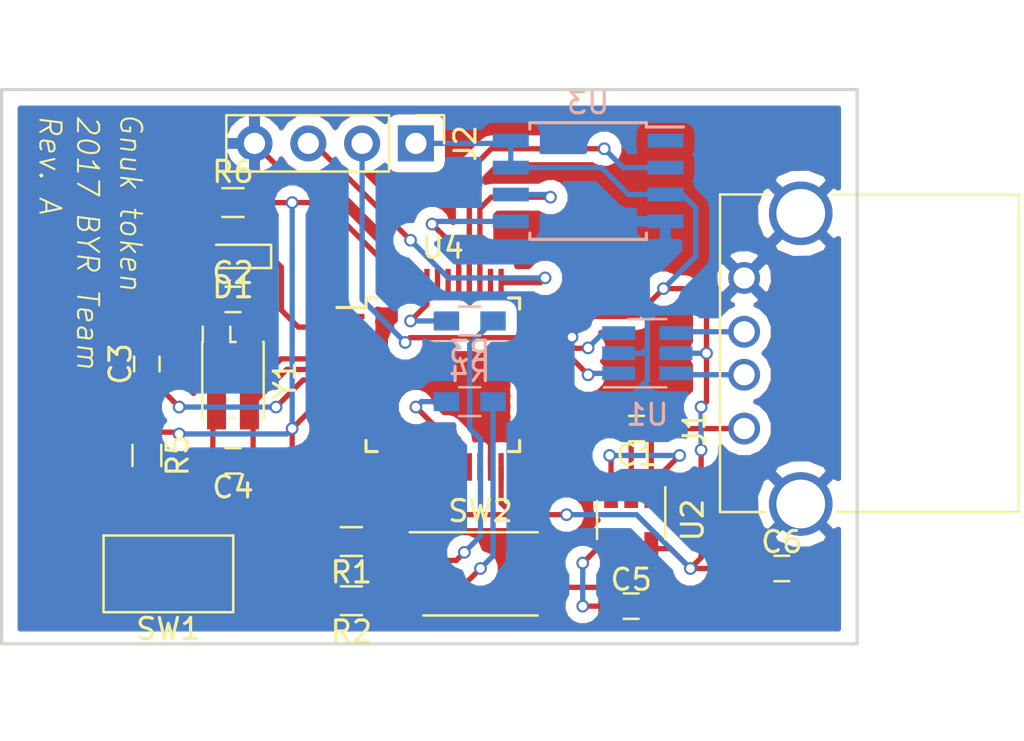
<source format=kicad_pcb>
(kicad_pcb (version 4) (host pcbnew 4.0.7)

  (general
    (links 63)
    (no_connects 0)
    (area 164.262999 45.136999 204.799001 71.449001)
    (thickness 1.6)
    (drawings 8)
    (tracks 227)
    (zones 0)
    (modules 22)
    (nets 51)
  )

  (page A4)
  (layers
    (0 F.Cu signal)
    (31 B.Cu signal)
    (32 B.Adhes user)
    (33 F.Adhes user)
    (34 B.Paste user hide)
    (35 F.Paste user hide)
    (36 B.SilkS user)
    (37 F.SilkS user)
    (38 B.Mask user hide)
    (39 F.Mask user hide)
    (40 Dwgs.User user hide)
    (41 Cmts.User user hide)
    (42 Eco1.User user hide)
    (43 Eco2.User user hide)
    (44 Edge.Cuts user)
    (45 Margin user hide)
    (46 B.CrtYd user hide)
    (47 F.CrtYd user hide)
    (48 B.Fab user)
    (49 F.Fab user)
  )

  (setup
    (last_trace_width 0.25)
    (trace_clearance 0.2)
    (zone_clearance 0.508)
    (zone_45_only no)
    (trace_min 0.2)
    (segment_width 0.2)
    (edge_width 0.15)
    (via_size 0.6)
    (via_drill 0.4)
    (via_min_size 0.4)
    (via_min_drill 0.3)
    (uvia_size 0.3)
    (uvia_drill 0.1)
    (uvias_allowed no)
    (uvia_min_size 0.2)
    (uvia_min_drill 0.1)
    (pcb_text_width 0.3)
    (pcb_text_size 1.5 1.5)
    (mod_edge_width 0.15)
    (mod_text_size 1 1)
    (mod_text_width 0.15)
    (pad_size 1.524 1.524)
    (pad_drill 0.762)
    (pad_to_mask_clearance 0.2)
    (aux_axis_origin 0 0)
    (visible_elements FFFFFF7F)
    (pcbplotparams
      (layerselection 0x010f0_80000001)
      (usegerberextensions false)
      (excludeedgelayer true)
      (linewidth 0.100000)
      (plotframeref false)
      (viasonmask false)
      (mode 1)
      (useauxorigin false)
      (hpglpennumber 1)
      (hpglpenspeed 20)
      (hpglpendiameter 15)
      (hpglpenoverlay 2)
      (psnegative false)
      (psa4output false)
      (plotreference true)
      (plotvalue true)
      (plotinvisibletext false)
      (padsonsilk false)
      (subtractmaskfromsilk false)
      (outputformat 5)
      (mirror false)
      (drillshape 0)
      (scaleselection 1)
      (outputdirectory output/))
  )

  (net 0 "")
  (net 1 VBUS)
  (net 2 USB_DP)
  (net 3 HSE_IN)
  (net 4 NRST)
  (net 5 HSE_OUT)
  (net 6 "Net-(C5-Pad1)")
  (net 7 EMI_DM)
  (net 8 LED)
  (net 9 "Net-(D1-Pad2)")
  (net 10 EMI_DP)
  (net 11 SWDIO)
  (net 12 SWCLK)
  (net 13 "Net-(R1-Pad1)")
  (net 14 "Net-(R2-Pad1)")
  (net 15 BOOT0)
  (net 16 BOOT1)
  (net 17 USB_DM)
  (net 18 SPI_CS)
  (net 19 SPI_MISO)
  (net 20 SPI_MOSI)
  (net 21 SPI_SCK)
  (net 22 "Net-(U4-Pad1)")
  (net 23 "Net-(U4-Pad3)")
  (net 24 "Net-(U4-Pad4)")
  (net 25 "Net-(U4-Pad10)")
  (net 26 "Net-(U4-Pad11)")
  (net 27 "Net-(U4-Pad12)")
  (net 28 "Net-(U4-Pad13)")
  (net 29 "Net-(U4-Pad14)")
  (net 30 "Net-(U4-Pad15)")
  (net 31 "Net-(U4-Pad16)")
  (net 32 "Net-(U4-Pad17)")
  (net 33 "Net-(U4-Pad18)")
  (net 34 "Net-(U4-Pad19)")
  (net 35 "Net-(U4-Pad21)")
  (net 36 "Net-(U4-Pad22)")
  (net 37 "Net-(U4-Pad25)")
  (net 38 "Net-(U4-Pad26)")
  (net 39 "Net-(U4-Pad27)")
  (net 40 "Net-(U4-Pad28)")
  (net 41 "Net-(U4-Pad29)")
  (net 42 "Net-(U4-Pad30)")
  (net 43 "Net-(U4-Pad31)")
  (net 44 "Net-(U4-Pad38)")
  (net 45 "Net-(U4-Pad42)")
  (net 46 "Net-(U4-Pad43)")
  (net 47 "Net-(U4-Pad45)")
  (net 48 "Net-(U4-Pad46)")
  (net 49 GND)
  (net 50 VCC)

  (net_class Default "これは標準のネット クラスです。"
    (clearance 0.2)
    (trace_width 0.25)
    (via_dia 0.6)
    (via_drill 0.4)
    (uvia_dia 0.3)
    (uvia_drill 0.1)
    (add_net BOOT0)
    (add_net BOOT1)
    (add_net EMI_DM)
    (add_net EMI_DP)
    (add_net GND)
    (add_net HSE_IN)
    (add_net HSE_OUT)
    (add_net LED)
    (add_net NRST)
    (add_net "Net-(C5-Pad1)")
    (add_net "Net-(D1-Pad2)")
    (add_net "Net-(R1-Pad1)")
    (add_net "Net-(R2-Pad1)")
    (add_net "Net-(U4-Pad1)")
    (add_net "Net-(U4-Pad10)")
    (add_net "Net-(U4-Pad11)")
    (add_net "Net-(U4-Pad12)")
    (add_net "Net-(U4-Pad13)")
    (add_net "Net-(U4-Pad14)")
    (add_net "Net-(U4-Pad15)")
    (add_net "Net-(U4-Pad16)")
    (add_net "Net-(U4-Pad17)")
    (add_net "Net-(U4-Pad18)")
    (add_net "Net-(U4-Pad19)")
    (add_net "Net-(U4-Pad21)")
    (add_net "Net-(U4-Pad22)")
    (add_net "Net-(U4-Pad25)")
    (add_net "Net-(U4-Pad26)")
    (add_net "Net-(U4-Pad27)")
    (add_net "Net-(U4-Pad28)")
    (add_net "Net-(U4-Pad29)")
    (add_net "Net-(U4-Pad3)")
    (add_net "Net-(U4-Pad30)")
    (add_net "Net-(U4-Pad31)")
    (add_net "Net-(U4-Pad38)")
    (add_net "Net-(U4-Pad4)")
    (add_net "Net-(U4-Pad42)")
    (add_net "Net-(U4-Pad43)")
    (add_net "Net-(U4-Pad45)")
    (add_net "Net-(U4-Pad46)")
    (add_net SPI_CS)
    (add_net SPI_MISO)
    (add_net SPI_MOSI)
    (add_net SPI_SCK)
    (add_net SWCLK)
    (add_net SWDIO)
    (add_net USB_DM)
    (add_net USB_DP)
    (add_net VBUS)
    (add_net VCC)
  )

  (module Capacitors_SMD:C_0603_HandSoldering (layer F.Cu) (tedit 58AA848B) (tstamp 59DCD8EB)
    (at 194.31 61.214 180)
    (descr "Capacitor SMD 0603, hand soldering")
    (tags "capacitor 0603")
    (path /59DC9BC4)
    (attr smd)
    (fp_text reference C1 (at 0 -1.25 180) (layer F.SilkS)
      (effects (font (size 1 1) (thickness 0.15)))
    )
    (fp_text value 1µF (at 0 1.5 180) (layer F.Fab)
      (effects (font (size 1 1) (thickness 0.15)))
    )
    (fp_text user %R (at 0 -1.25 180) (layer F.Fab)
      (effects (font (size 1 1) (thickness 0.15)))
    )
    (fp_line (start -0.8 0.4) (end -0.8 -0.4) (layer F.Fab) (width 0.1))
    (fp_line (start 0.8 0.4) (end -0.8 0.4) (layer F.Fab) (width 0.1))
    (fp_line (start 0.8 -0.4) (end 0.8 0.4) (layer F.Fab) (width 0.1))
    (fp_line (start -0.8 -0.4) (end 0.8 -0.4) (layer F.Fab) (width 0.1))
    (fp_line (start -0.35 -0.6) (end 0.35 -0.6) (layer F.SilkS) (width 0.12))
    (fp_line (start 0.35 0.6) (end -0.35 0.6) (layer F.SilkS) (width 0.12))
    (fp_line (start -1.8 -0.65) (end 1.8 -0.65) (layer F.CrtYd) (width 0.05))
    (fp_line (start -1.8 -0.65) (end -1.8 0.65) (layer F.CrtYd) (width 0.05))
    (fp_line (start 1.8 0.65) (end 1.8 -0.65) (layer F.CrtYd) (width 0.05))
    (fp_line (start 1.8 0.65) (end -1.8 0.65) (layer F.CrtYd) (width 0.05))
    (pad 1 smd rect (at -0.95 0 180) (size 1.2 0.75) (layers F.Cu F.Paste F.Mask)
      (net 1 VBUS))
    (pad 2 smd rect (at 0.95 0 180) (size 1.2 0.75) (layers F.Cu F.Paste F.Mask)
      (net 49 GND))
    (model Capacitors_SMD.3dshapes/C_0603.wrl
      (at (xyz 0 0 0))
      (scale (xyz 1 1 1))
      (rotate (xyz 0 0 0))
    )
  )

  (module Capacitors_SMD:C_0603_HandSoldering (layer F.Cu) (tedit 58AA848B) (tstamp 59DCD8FC)
    (at 175.26 55.118)
    (descr "Capacitor SMD 0603, hand soldering")
    (tags "capacitor 0603")
    (path /59DCA346)
    (attr smd)
    (fp_text reference C2 (at 0 -1.25) (layer F.SilkS)
      (effects (font (size 1 1) (thickness 0.15)))
    )
    (fp_text value 40pF (at 0 1.5) (layer F.Fab)
      (effects (font (size 1 1) (thickness 0.15)))
    )
    (fp_text user %R (at 0 -1.25) (layer F.Fab)
      (effects (font (size 1 1) (thickness 0.15)))
    )
    (fp_line (start -0.8 0.4) (end -0.8 -0.4) (layer F.Fab) (width 0.1))
    (fp_line (start 0.8 0.4) (end -0.8 0.4) (layer F.Fab) (width 0.1))
    (fp_line (start 0.8 -0.4) (end 0.8 0.4) (layer F.Fab) (width 0.1))
    (fp_line (start -0.8 -0.4) (end 0.8 -0.4) (layer F.Fab) (width 0.1))
    (fp_line (start -0.35 -0.6) (end 0.35 -0.6) (layer F.SilkS) (width 0.12))
    (fp_line (start 0.35 0.6) (end -0.35 0.6) (layer F.SilkS) (width 0.12))
    (fp_line (start -1.8 -0.65) (end 1.8 -0.65) (layer F.CrtYd) (width 0.05))
    (fp_line (start -1.8 -0.65) (end -1.8 0.65) (layer F.CrtYd) (width 0.05))
    (fp_line (start 1.8 0.65) (end 1.8 -0.65) (layer F.CrtYd) (width 0.05))
    (fp_line (start 1.8 0.65) (end -1.8 0.65) (layer F.CrtYd) (width 0.05))
    (pad 1 smd rect (at -0.95 0) (size 1.2 0.75) (layers F.Cu F.Paste F.Mask)
      (net 3 HSE_IN))
    (pad 2 smd rect (at 0.95 0) (size 1.2 0.75) (layers F.Cu F.Paste F.Mask)
      (net 49 GND))
    (model Capacitors_SMD.3dshapes/C_0603.wrl
      (at (xyz 0 0 0))
      (scale (xyz 1 1 1))
      (rotate (xyz 0 0 0))
    )
  )

  (module Capacitors_SMD:C_0603_HandSoldering (layer F.Cu) (tedit 58AA848B) (tstamp 59DCD90D)
    (at 171.196 58.166 90)
    (descr "Capacitor SMD 0603, hand soldering")
    (tags "capacitor 0603")
    (path /59DCC14D)
    (attr smd)
    (fp_text reference C3 (at 0 -1.25 90) (layer F.SilkS)
      (effects (font (size 1 1) (thickness 0.15)))
    )
    (fp_text value 1µF (at 0 1.5 90) (layer F.Fab)
      (effects (font (size 1 1) (thickness 0.15)))
    )
    (fp_text user %R (at 0 -1.25 90) (layer F.Fab)
      (effects (font (size 1 1) (thickness 0.15)))
    )
    (fp_line (start -0.8 0.4) (end -0.8 -0.4) (layer F.Fab) (width 0.1))
    (fp_line (start 0.8 0.4) (end -0.8 0.4) (layer F.Fab) (width 0.1))
    (fp_line (start 0.8 -0.4) (end 0.8 0.4) (layer F.Fab) (width 0.1))
    (fp_line (start -0.8 -0.4) (end 0.8 -0.4) (layer F.Fab) (width 0.1))
    (fp_line (start -0.35 -0.6) (end 0.35 -0.6) (layer F.SilkS) (width 0.12))
    (fp_line (start 0.35 0.6) (end -0.35 0.6) (layer F.SilkS) (width 0.12))
    (fp_line (start -1.8 -0.65) (end 1.8 -0.65) (layer F.CrtYd) (width 0.05))
    (fp_line (start -1.8 -0.65) (end -1.8 0.65) (layer F.CrtYd) (width 0.05))
    (fp_line (start 1.8 0.65) (end 1.8 -0.65) (layer F.CrtYd) (width 0.05))
    (fp_line (start 1.8 0.65) (end -1.8 0.65) (layer F.CrtYd) (width 0.05))
    (pad 1 smd rect (at -0.95 0 90) (size 1.2 0.75) (layers F.Cu F.Paste F.Mask)
      (net 4 NRST))
    (pad 2 smd rect (at 0.95 0 90) (size 1.2 0.75) (layers F.Cu F.Paste F.Mask)
      (net 49 GND))
    (model Capacitors_SMD.3dshapes/C_0603.wrl
      (at (xyz 0 0 0))
      (scale (xyz 1 1 1))
      (rotate (xyz 0 0 0))
    )
  )

  (module Capacitors_SMD:C_0603_HandSoldering (layer F.Cu) (tedit 58AA848B) (tstamp 59DCD91E)
    (at 175.26 62.738 180)
    (descr "Capacitor SMD 0603, hand soldering")
    (tags "capacitor 0603")
    (path /59DCA2FF)
    (attr smd)
    (fp_text reference C4 (at 0 -1.25 180) (layer F.SilkS)
      (effects (font (size 1 1) (thickness 0.15)))
    )
    (fp_text value 40pF (at 0 1.5 180) (layer F.Fab)
      (effects (font (size 1 1) (thickness 0.15)))
    )
    (fp_text user %R (at 0 -1.25 180) (layer F.Fab)
      (effects (font (size 1 1) (thickness 0.15)))
    )
    (fp_line (start -0.8 0.4) (end -0.8 -0.4) (layer F.Fab) (width 0.1))
    (fp_line (start 0.8 0.4) (end -0.8 0.4) (layer F.Fab) (width 0.1))
    (fp_line (start 0.8 -0.4) (end 0.8 0.4) (layer F.Fab) (width 0.1))
    (fp_line (start -0.8 -0.4) (end 0.8 -0.4) (layer F.Fab) (width 0.1))
    (fp_line (start -0.35 -0.6) (end 0.35 -0.6) (layer F.SilkS) (width 0.12))
    (fp_line (start 0.35 0.6) (end -0.35 0.6) (layer F.SilkS) (width 0.12))
    (fp_line (start -1.8 -0.65) (end 1.8 -0.65) (layer F.CrtYd) (width 0.05))
    (fp_line (start -1.8 -0.65) (end -1.8 0.65) (layer F.CrtYd) (width 0.05))
    (fp_line (start 1.8 0.65) (end 1.8 -0.65) (layer F.CrtYd) (width 0.05))
    (fp_line (start 1.8 0.65) (end -1.8 0.65) (layer F.CrtYd) (width 0.05))
    (pad 1 smd rect (at -0.95 0 180) (size 1.2 0.75) (layers F.Cu F.Paste F.Mask)
      (net 5 HSE_OUT))
    (pad 2 smd rect (at 0.95 0 180) (size 1.2 0.75) (layers F.Cu F.Paste F.Mask)
      (net 49 GND))
    (model Capacitors_SMD.3dshapes/C_0603.wrl
      (at (xyz 0 0 0))
      (scale (xyz 1 1 1))
      (rotate (xyz 0 0 0))
    )
  )

  (module Capacitors_SMD:C_0603_HandSoldering (layer F.Cu) (tedit 58AA848B) (tstamp 59DCD92F)
    (at 194.056 69.596)
    (descr "Capacitor SMD 0603, hand soldering")
    (tags "capacitor 0603")
    (path /59DC9DA8)
    (attr smd)
    (fp_text reference C5 (at 0 -1.25) (layer F.SilkS)
      (effects (font (size 1 1) (thickness 0.15)))
    )
    (fp_text value 1µF (at 0 1.5) (layer F.Fab)
      (effects (font (size 1 1) (thickness 0.15)))
    )
    (fp_text user %R (at 0 -1.25) (layer F.Fab)
      (effects (font (size 1 1) (thickness 0.15)))
    )
    (fp_line (start -0.8 0.4) (end -0.8 -0.4) (layer F.Fab) (width 0.1))
    (fp_line (start 0.8 0.4) (end -0.8 0.4) (layer F.Fab) (width 0.1))
    (fp_line (start 0.8 -0.4) (end 0.8 0.4) (layer F.Fab) (width 0.1))
    (fp_line (start -0.8 -0.4) (end 0.8 -0.4) (layer F.Fab) (width 0.1))
    (fp_line (start -0.35 -0.6) (end 0.35 -0.6) (layer F.SilkS) (width 0.12))
    (fp_line (start 0.35 0.6) (end -0.35 0.6) (layer F.SilkS) (width 0.12))
    (fp_line (start -1.8 -0.65) (end 1.8 -0.65) (layer F.CrtYd) (width 0.05))
    (fp_line (start -1.8 -0.65) (end -1.8 0.65) (layer F.CrtYd) (width 0.05))
    (fp_line (start 1.8 0.65) (end 1.8 -0.65) (layer F.CrtYd) (width 0.05))
    (fp_line (start 1.8 0.65) (end -1.8 0.65) (layer F.CrtYd) (width 0.05))
    (pad 1 smd rect (at -0.95 0) (size 1.2 0.75) (layers F.Cu F.Paste F.Mask)
      (net 6 "Net-(C5-Pad1)"))
    (pad 2 smd rect (at 0.95 0) (size 1.2 0.75) (layers F.Cu F.Paste F.Mask)
      (net 49 GND))
    (model Capacitors_SMD.3dshapes/C_0603.wrl
      (at (xyz 0 0 0))
      (scale (xyz 1 1 1))
      (rotate (xyz 0 0 0))
    )
  )

  (module Capacitors_SMD:C_0603_HandSoldering (layer F.Cu) (tedit 58AA848B) (tstamp 59DCD940)
    (at 201.168 67.818)
    (descr "Capacitor SMD 0603, hand soldering")
    (tags "capacitor 0603")
    (path /59DC9B5B)
    (attr smd)
    (fp_text reference C6 (at 0 -1.25) (layer F.SilkS)
      (effects (font (size 1 1) (thickness 0.15)))
    )
    (fp_text value 1µF (at 0 1.5) (layer F.Fab)
      (effects (font (size 1 1) (thickness 0.15)))
    )
    (fp_text user %R (at 0 -1.25) (layer F.Fab)
      (effects (font (size 1 1) (thickness 0.15)))
    )
    (fp_line (start -0.8 0.4) (end -0.8 -0.4) (layer F.Fab) (width 0.1))
    (fp_line (start 0.8 0.4) (end -0.8 0.4) (layer F.Fab) (width 0.1))
    (fp_line (start 0.8 -0.4) (end 0.8 0.4) (layer F.Fab) (width 0.1))
    (fp_line (start -0.8 -0.4) (end 0.8 -0.4) (layer F.Fab) (width 0.1))
    (fp_line (start -0.35 -0.6) (end 0.35 -0.6) (layer F.SilkS) (width 0.12))
    (fp_line (start 0.35 0.6) (end -0.35 0.6) (layer F.SilkS) (width 0.12))
    (fp_line (start -1.8 -0.65) (end 1.8 -0.65) (layer F.CrtYd) (width 0.05))
    (fp_line (start -1.8 -0.65) (end -1.8 0.65) (layer F.CrtYd) (width 0.05))
    (fp_line (start 1.8 0.65) (end 1.8 -0.65) (layer F.CrtYd) (width 0.05))
    (fp_line (start 1.8 0.65) (end -1.8 0.65) (layer F.CrtYd) (width 0.05))
    (pad 1 smd rect (at -0.95 0) (size 1.2 0.75) (layers F.Cu F.Paste F.Mask)
      (net 50 VCC))
    (pad 2 smd rect (at 0.95 0) (size 1.2 0.75) (layers F.Cu F.Paste F.Mask)
      (net 49 GND))
    (model Capacitors_SMD.3dshapes/C_0603.wrl
      (at (xyz 0 0 0))
      (scale (xyz 1 1 1))
      (rotate (xyz 0 0 0))
    )
  )

  (module LEDs:LED_0603_HandSoldering (layer F.Cu) (tedit 595FC9C0) (tstamp 59DCD955)
    (at 175.26 53.086 180)
    (descr "LED SMD 0603, hand soldering")
    (tags "LED 0603")
    (path /59DCDD20)
    (attr smd)
    (fp_text reference D1 (at 0 -1.45 180) (layer F.SilkS)
      (effects (font (size 1 1) (thickness 0.15)))
    )
    (fp_text value LED (at 0 1.55 180) (layer F.Fab)
      (effects (font (size 1 1) (thickness 0.15)))
    )
    (fp_line (start -1.8 -0.55) (end -1.8 0.55) (layer F.SilkS) (width 0.12))
    (fp_line (start -0.2 -0.2) (end -0.2 0.2) (layer F.Fab) (width 0.1))
    (fp_line (start -0.15 0) (end 0.15 -0.2) (layer F.Fab) (width 0.1))
    (fp_line (start 0.15 0.2) (end -0.15 0) (layer F.Fab) (width 0.1))
    (fp_line (start 0.15 -0.2) (end 0.15 0.2) (layer F.Fab) (width 0.1))
    (fp_line (start 0.8 0.4) (end -0.8 0.4) (layer F.Fab) (width 0.1))
    (fp_line (start 0.8 -0.4) (end 0.8 0.4) (layer F.Fab) (width 0.1))
    (fp_line (start -0.8 -0.4) (end 0.8 -0.4) (layer F.Fab) (width 0.1))
    (fp_line (start -1.8 0.55) (end 0.8 0.55) (layer F.SilkS) (width 0.12))
    (fp_line (start -1.8 -0.55) (end 0.8 -0.55) (layer F.SilkS) (width 0.12))
    (fp_line (start -1.96 -0.7) (end 1.95 -0.7) (layer F.CrtYd) (width 0.05))
    (fp_line (start -1.96 -0.7) (end -1.96 0.7) (layer F.CrtYd) (width 0.05))
    (fp_line (start 1.95 0.7) (end 1.95 -0.7) (layer F.CrtYd) (width 0.05))
    (fp_line (start 1.95 0.7) (end -1.96 0.7) (layer F.CrtYd) (width 0.05))
    (fp_line (start -0.8 -0.4) (end -0.8 0.4) (layer F.Fab) (width 0.1))
    (pad 1 smd rect (at -1.1 0 180) (size 1.2 0.9) (layers F.Cu F.Paste F.Mask)
      (net 8 LED))
    (pad 2 smd rect (at 1.1 0 180) (size 1.2 0.9) (layers F.Cu F.Paste F.Mask)
      (net 9 "Net-(D1-Pad2)"))
    (model ${KISYS3DMOD}/LEDs.3dshapes/LED_0603.wrl
      (at (xyz 0 0 0))
      (scale (xyz 1 1 1))
      (rotate (xyz 0 0 180))
    )
  )

  (module Connect:USB_A (layer F.Cu) (tedit 5543E289) (tstamp 59DCD969)
    (at 199.39 61.214 90)
    (descr "USB A connector")
    (tags "USB USB_A")
    (path /59DCACD9)
    (fp_text reference J1 (at 0 -2.35 90) (layer F.SilkS)
      (effects (font (size 1 1) (thickness 0.15)))
    )
    (fp_text value USB_A (at 3.84 7.44 90) (layer F.Fab)
      (effects (font (size 1 1) (thickness 0.15)))
    )
    (fp_line (start -5.3 13.2) (end -5.3 -1.4) (layer F.CrtYd) (width 0.05))
    (fp_line (start 11.95 -1.4) (end 11.95 13.2) (layer F.CrtYd) (width 0.05))
    (fp_line (start -5.3 13.2) (end 11.95 13.2) (layer F.CrtYd) (width 0.05))
    (fp_line (start -5.3 -1.4) (end 11.95 -1.4) (layer F.CrtYd) (width 0.05))
    (fp_line (start 11.05 -1.14) (end 11.05 1.19) (layer F.SilkS) (width 0.12))
    (fp_line (start -3.94 -1.14) (end -3.94 0.98) (layer F.SilkS) (width 0.12))
    (fp_line (start 11.05 -1.14) (end -3.94 -1.14) (layer F.SilkS) (width 0.12))
    (fp_line (start 11.05 12.95) (end -3.94 12.95) (layer F.SilkS) (width 0.12))
    (fp_line (start 11.05 4.15) (end 11.05 12.95) (layer F.SilkS) (width 0.12))
    (fp_line (start -3.94 4.35) (end -3.94 12.95) (layer F.SilkS) (width 0.12))
    (pad 4 thru_hole circle (at 7.11 0) (size 1.5 1.5) (drill 1) (layers *.Cu *.Mask)
      (net 49 GND))
    (pad 3 thru_hole circle (at 4.57 0) (size 1.5 1.5) (drill 1) (layers *.Cu *.Mask)
      (net 10 EMI_DP))
    (pad 2 thru_hole circle (at 2.54 0) (size 1.5 1.5) (drill 1) (layers *.Cu *.Mask)
      (net 7 EMI_DM))
    (pad 1 thru_hole circle (at 0 0) (size 1.5 1.5) (drill 1) (layers *.Cu *.Mask)
      (net 1 VBUS))
    (pad 5 thru_hole circle (at 10.16 2.67) (size 3 3) (drill 2.3) (layers *.Cu *.Mask)
      (net 49 GND))
    (pad 5 thru_hole circle (at -3.56 2.67) (size 3 3) (drill 2.3) (layers *.Cu *.Mask)
      (net 49 GND))
    (model ${KISYS3DMOD}/Connectors.3dshapes/USB_A.wrl
      (at (xyz 0.14 0 0))
      (scale (xyz 1 1 1))
      (rotate (xyz 0 0 90))
    )
  )

  (module Pin_Headers:Pin_Header_Straight_1x04_Pitch2.54mm (layer F.Cu) (tedit 59650532) (tstamp 59DCD981)
    (at 183.896 47.752 270)
    (descr "Through hole straight pin header, 1x04, 2.54mm pitch, single row")
    (tags "Through hole pin header THT 1x04 2.54mm single row")
    (path /59DD0E6C)
    (fp_text reference J2 (at 0 -2.33 270) (layer F.SilkS)
      (effects (font (size 1 1) (thickness 0.15)))
    )
    (fp_text value Conn_01x04_Male (at 0 9.95 270) (layer F.Fab)
      (effects (font (size 1 1) (thickness 0.15)))
    )
    (fp_line (start -0.635 -1.27) (end 1.27 -1.27) (layer F.Fab) (width 0.1))
    (fp_line (start 1.27 -1.27) (end 1.27 8.89) (layer F.Fab) (width 0.1))
    (fp_line (start 1.27 8.89) (end -1.27 8.89) (layer F.Fab) (width 0.1))
    (fp_line (start -1.27 8.89) (end -1.27 -0.635) (layer F.Fab) (width 0.1))
    (fp_line (start -1.27 -0.635) (end -0.635 -1.27) (layer F.Fab) (width 0.1))
    (fp_line (start -1.33 8.95) (end 1.33 8.95) (layer F.SilkS) (width 0.12))
    (fp_line (start -1.33 1.27) (end -1.33 8.95) (layer F.SilkS) (width 0.12))
    (fp_line (start 1.33 1.27) (end 1.33 8.95) (layer F.SilkS) (width 0.12))
    (fp_line (start -1.33 1.27) (end 1.33 1.27) (layer F.SilkS) (width 0.12))
    (fp_line (start -1.33 0) (end -1.33 -1.33) (layer F.SilkS) (width 0.12))
    (fp_line (start -1.33 -1.33) (end 0 -1.33) (layer F.SilkS) (width 0.12))
    (fp_line (start -1.8 -1.8) (end -1.8 9.4) (layer F.CrtYd) (width 0.05))
    (fp_line (start -1.8 9.4) (end 1.8 9.4) (layer F.CrtYd) (width 0.05))
    (fp_line (start 1.8 9.4) (end 1.8 -1.8) (layer F.CrtYd) (width 0.05))
    (fp_line (start 1.8 -1.8) (end -1.8 -1.8) (layer F.CrtYd) (width 0.05))
    (fp_text user %R (at 0 3.81 360) (layer F.Fab)
      (effects (font (size 1 1) (thickness 0.15)))
    )
    (pad 1 thru_hole rect (at 0 0 270) (size 1.7 1.7) (drill 1) (layers *.Cu *.Mask)
      (net 50 VCC))
    (pad 2 thru_hole oval (at 0 2.54 270) (size 1.7 1.7) (drill 1) (layers *.Cu *.Mask)
      (net 11 SWDIO))
    (pad 3 thru_hole oval (at 0 5.08 270) (size 1.7 1.7) (drill 1) (layers *.Cu *.Mask)
      (net 12 SWCLK))
    (pad 4 thru_hole oval (at 0 7.62 270) (size 1.7 1.7) (drill 1) (layers *.Cu *.Mask)
      (net 49 GND))
    (model ${KISYS3DMOD}/Pin_Headers.3dshapes/Pin_Header_Straight_1x04_Pitch2.54mm.wrl
      (at (xyz 0 0 0))
      (scale (xyz 1 1 1))
      (rotate (xyz 0 0 0))
    )
  )

  (module Resistors_SMD:R_0603_HandSoldering (layer F.Cu) (tedit 58E0A804) (tstamp 59DCD992)
    (at 180.848 66.548 180)
    (descr "Resistor SMD 0603, hand soldering")
    (tags "resistor 0603")
    (path /59DCB31A)
    (attr smd)
    (fp_text reference R1 (at 0 -1.45 180) (layer F.SilkS)
      (effects (font (size 1 1) (thickness 0.15)))
    )
    (fp_text value 10kΩ (at 0 1.55 180) (layer F.Fab)
      (effects (font (size 1 1) (thickness 0.15)))
    )
    (fp_text user %R (at 0 0 180) (layer F.Fab)
      (effects (font (size 0.4 0.4) (thickness 0.075)))
    )
    (fp_line (start -0.8 0.4) (end -0.8 -0.4) (layer F.Fab) (width 0.1))
    (fp_line (start 0.8 0.4) (end -0.8 0.4) (layer F.Fab) (width 0.1))
    (fp_line (start 0.8 -0.4) (end 0.8 0.4) (layer F.Fab) (width 0.1))
    (fp_line (start -0.8 -0.4) (end 0.8 -0.4) (layer F.Fab) (width 0.1))
    (fp_line (start 0.5 0.68) (end -0.5 0.68) (layer F.SilkS) (width 0.12))
    (fp_line (start -0.5 -0.68) (end 0.5 -0.68) (layer F.SilkS) (width 0.12))
    (fp_line (start -1.96 -0.7) (end 1.95 -0.7) (layer F.CrtYd) (width 0.05))
    (fp_line (start -1.96 -0.7) (end -1.96 0.7) (layer F.CrtYd) (width 0.05))
    (fp_line (start 1.95 0.7) (end 1.95 -0.7) (layer F.CrtYd) (width 0.05))
    (fp_line (start 1.95 0.7) (end -1.96 0.7) (layer F.CrtYd) (width 0.05))
    (pad 1 smd rect (at -1.1 0 180) (size 1.2 0.9) (layers F.Cu F.Paste F.Mask)
      (net 13 "Net-(R1-Pad1)"))
    (pad 2 smd rect (at 1.1 0 180) (size 1.2 0.9) (layers F.Cu F.Paste F.Mask)
      (net 49 GND))
    (model ${KISYS3DMOD}/Resistors_SMD.3dshapes/R_0603.wrl
      (at (xyz 0 0 0))
      (scale (xyz 1 1 1))
      (rotate (xyz 0 0 0))
    )
  )

  (module Resistors_SMD:R_0603_HandSoldering (layer F.Cu) (tedit 58E0A804) (tstamp 59DCD9A3)
    (at 180.848 69.342 180)
    (descr "Resistor SMD 0603, hand soldering")
    (tags "resistor 0603")
    (path /59DCB3C3)
    (attr smd)
    (fp_text reference R2 (at 0 -1.45 180) (layer F.SilkS)
      (effects (font (size 1 1) (thickness 0.15)))
    )
    (fp_text value 10kΩ (at 0 1.55 180) (layer F.Fab)
      (effects (font (size 1 1) (thickness 0.15)))
    )
    (fp_text user %R (at 0 0 180) (layer F.Fab)
      (effects (font (size 0.4 0.4) (thickness 0.075)))
    )
    (fp_line (start -0.8 0.4) (end -0.8 -0.4) (layer F.Fab) (width 0.1))
    (fp_line (start 0.8 0.4) (end -0.8 0.4) (layer F.Fab) (width 0.1))
    (fp_line (start 0.8 -0.4) (end 0.8 0.4) (layer F.Fab) (width 0.1))
    (fp_line (start -0.8 -0.4) (end 0.8 -0.4) (layer F.Fab) (width 0.1))
    (fp_line (start 0.5 0.68) (end -0.5 0.68) (layer F.SilkS) (width 0.12))
    (fp_line (start -0.5 -0.68) (end 0.5 -0.68) (layer F.SilkS) (width 0.12))
    (fp_line (start -1.96 -0.7) (end 1.95 -0.7) (layer F.CrtYd) (width 0.05))
    (fp_line (start -1.96 -0.7) (end -1.96 0.7) (layer F.CrtYd) (width 0.05))
    (fp_line (start 1.95 0.7) (end 1.95 -0.7) (layer F.CrtYd) (width 0.05))
    (fp_line (start 1.95 0.7) (end -1.96 0.7) (layer F.CrtYd) (width 0.05))
    (pad 1 smd rect (at -1.1 0 180) (size 1.2 0.9) (layers F.Cu F.Paste F.Mask)
      (net 14 "Net-(R2-Pad1)"))
    (pad 2 smd rect (at 1.1 0 180) (size 1.2 0.9) (layers F.Cu F.Paste F.Mask)
      (net 49 GND))
    (model ${KISYS3DMOD}/Resistors_SMD.3dshapes/R_0603.wrl
      (at (xyz 0 0 0))
      (scale (xyz 1 1 1))
      (rotate (xyz 0 0 0))
    )
  )

  (module Resistors_SMD:R_0603_HandSoldering (layer B.Cu) (tedit 58E0A804) (tstamp 59DCD9B4)
    (at 186.436 56.134)
    (descr "Resistor SMD 0603, hand soldering")
    (tags "resistor 0603")
    (path /59DCC896)
    (attr smd)
    (fp_text reference R3 (at 0 1.45) (layer B.SilkS)
      (effects (font (size 1 1) (thickness 0.15)) (justify mirror))
    )
    (fp_text value 510Ω (at 0 -1.55) (layer B.Fab)
      (effects (font (size 1 1) (thickness 0.15)) (justify mirror))
    )
    (fp_text user %R (at 0 0) (layer B.Fab)
      (effects (font (size 0.4 0.4) (thickness 0.075)) (justify mirror))
    )
    (fp_line (start -0.8 -0.4) (end -0.8 0.4) (layer B.Fab) (width 0.1))
    (fp_line (start 0.8 -0.4) (end -0.8 -0.4) (layer B.Fab) (width 0.1))
    (fp_line (start 0.8 0.4) (end 0.8 -0.4) (layer B.Fab) (width 0.1))
    (fp_line (start -0.8 0.4) (end 0.8 0.4) (layer B.Fab) (width 0.1))
    (fp_line (start 0.5 -0.68) (end -0.5 -0.68) (layer B.SilkS) (width 0.12))
    (fp_line (start -0.5 0.68) (end 0.5 0.68) (layer B.SilkS) (width 0.12))
    (fp_line (start -1.96 0.7) (end 1.95 0.7) (layer B.CrtYd) (width 0.05))
    (fp_line (start -1.96 0.7) (end -1.96 -0.7) (layer B.CrtYd) (width 0.05))
    (fp_line (start 1.95 -0.7) (end 1.95 0.7) (layer B.CrtYd) (width 0.05))
    (fp_line (start 1.95 -0.7) (end -1.96 -0.7) (layer B.CrtYd) (width 0.05))
    (pad 1 smd rect (at -1.1 0) (size 1.2 0.9) (layers B.Cu B.Paste B.Mask)
      (net 15 BOOT0))
    (pad 2 smd rect (at 1.1 0) (size 1.2 0.9) (layers B.Cu B.Paste B.Mask)
      (net 13 "Net-(R1-Pad1)"))
    (model ${KISYS3DMOD}/Resistors_SMD.3dshapes/R_0603.wrl
      (at (xyz 0 0 0))
      (scale (xyz 1 1 1))
      (rotate (xyz 0 0 0))
    )
  )

  (module Resistors_SMD:R_0603_HandSoldering (layer B.Cu) (tedit 58E0A804) (tstamp 59DCD9C5)
    (at 186.436 59.944 180)
    (descr "Resistor SMD 0603, hand soldering")
    (tags "resistor 0603")
    (path /59DCC92F)
    (attr smd)
    (fp_text reference R4 (at 0 1.45 180) (layer B.SilkS)
      (effects (font (size 1 1) (thickness 0.15)) (justify mirror))
    )
    (fp_text value 510Ω (at 0 -1.55 180) (layer B.Fab)
      (effects (font (size 1 1) (thickness 0.15)) (justify mirror))
    )
    (fp_text user %R (at 0 0 180) (layer B.Fab)
      (effects (font (size 0.4 0.4) (thickness 0.075)) (justify mirror))
    )
    (fp_line (start -0.8 -0.4) (end -0.8 0.4) (layer B.Fab) (width 0.1))
    (fp_line (start 0.8 -0.4) (end -0.8 -0.4) (layer B.Fab) (width 0.1))
    (fp_line (start 0.8 0.4) (end 0.8 -0.4) (layer B.Fab) (width 0.1))
    (fp_line (start -0.8 0.4) (end 0.8 0.4) (layer B.Fab) (width 0.1))
    (fp_line (start 0.5 -0.68) (end -0.5 -0.68) (layer B.SilkS) (width 0.12))
    (fp_line (start -0.5 0.68) (end 0.5 0.68) (layer B.SilkS) (width 0.12))
    (fp_line (start -1.96 0.7) (end 1.95 0.7) (layer B.CrtYd) (width 0.05))
    (fp_line (start -1.96 0.7) (end -1.96 -0.7) (layer B.CrtYd) (width 0.05))
    (fp_line (start 1.95 -0.7) (end 1.95 0.7) (layer B.CrtYd) (width 0.05))
    (fp_line (start 1.95 -0.7) (end -1.96 -0.7) (layer B.CrtYd) (width 0.05))
    (pad 1 smd rect (at -1.1 0 180) (size 1.2 0.9) (layers B.Cu B.Paste B.Mask)
      (net 14 "Net-(R2-Pad1)"))
    (pad 2 smd rect (at 1.1 0 180) (size 1.2 0.9) (layers B.Cu B.Paste B.Mask)
      (net 16 BOOT1))
    (model ${KISYS3DMOD}/Resistors_SMD.3dshapes/R_0603.wrl
      (at (xyz 0 0 0))
      (scale (xyz 1 1 1))
      (rotate (xyz 0 0 0))
    )
  )

  (module Resistors_SMD:R_0603_HandSoldering (layer F.Cu) (tedit 58E0A804) (tstamp 59DCD9D6)
    (at 171.196 62.484 270)
    (descr "Resistor SMD 0603, hand soldering")
    (tags "resistor 0603")
    (path /59DCBD2A)
    (attr smd)
    (fp_text reference R5 (at 0 -1.45 270) (layer F.SilkS)
      (effects (font (size 1 1) (thickness 0.15)))
    )
    (fp_text value 10kΩ (at 0 1.55 270) (layer F.Fab)
      (effects (font (size 1 1) (thickness 0.15)))
    )
    (fp_text user %R (at 0 0 270) (layer F.Fab)
      (effects (font (size 0.4 0.4) (thickness 0.075)))
    )
    (fp_line (start -0.8 0.4) (end -0.8 -0.4) (layer F.Fab) (width 0.1))
    (fp_line (start 0.8 0.4) (end -0.8 0.4) (layer F.Fab) (width 0.1))
    (fp_line (start 0.8 -0.4) (end 0.8 0.4) (layer F.Fab) (width 0.1))
    (fp_line (start -0.8 -0.4) (end 0.8 -0.4) (layer F.Fab) (width 0.1))
    (fp_line (start 0.5 0.68) (end -0.5 0.68) (layer F.SilkS) (width 0.12))
    (fp_line (start -0.5 -0.68) (end 0.5 -0.68) (layer F.SilkS) (width 0.12))
    (fp_line (start -1.96 -0.7) (end 1.95 -0.7) (layer F.CrtYd) (width 0.05))
    (fp_line (start -1.96 -0.7) (end -1.96 0.7) (layer F.CrtYd) (width 0.05))
    (fp_line (start 1.95 0.7) (end 1.95 -0.7) (layer F.CrtYd) (width 0.05))
    (fp_line (start 1.95 0.7) (end -1.96 0.7) (layer F.CrtYd) (width 0.05))
    (pad 1 smd rect (at -1.1 0 270) (size 1.2 0.9) (layers F.Cu F.Paste F.Mask)
      (net 50 VCC))
    (pad 2 smd rect (at 1.1 0 270) (size 1.2 0.9) (layers F.Cu F.Paste F.Mask)
      (net 4 NRST))
    (model ${KISYS3DMOD}/Resistors_SMD.3dshapes/R_0603.wrl
      (at (xyz 0 0 0))
      (scale (xyz 1 1 1))
      (rotate (xyz 0 0 0))
    )
  )

  (module Resistors_SMD:R_0603_HandSoldering (layer F.Cu) (tedit 58E0A804) (tstamp 59DCD9E7)
    (at 175.26 50.546)
    (descr "Resistor SMD 0603, hand soldering")
    (tags "resistor 0603")
    (path /59DCDD63)
    (attr smd)
    (fp_text reference R6 (at 0 -1.45) (layer F.SilkS)
      (effects (font (size 1 1) (thickness 0.15)))
    )
    (fp_text value 10kΩ (at 0 1.55) (layer F.Fab)
      (effects (font (size 1 1) (thickness 0.15)))
    )
    (fp_text user %R (at 0 0) (layer F.Fab)
      (effects (font (size 0.4 0.4) (thickness 0.075)))
    )
    (fp_line (start -0.8 0.4) (end -0.8 -0.4) (layer F.Fab) (width 0.1))
    (fp_line (start 0.8 0.4) (end -0.8 0.4) (layer F.Fab) (width 0.1))
    (fp_line (start 0.8 -0.4) (end 0.8 0.4) (layer F.Fab) (width 0.1))
    (fp_line (start -0.8 -0.4) (end 0.8 -0.4) (layer F.Fab) (width 0.1))
    (fp_line (start 0.5 0.68) (end -0.5 0.68) (layer F.SilkS) (width 0.12))
    (fp_line (start -0.5 -0.68) (end 0.5 -0.68) (layer F.SilkS) (width 0.12))
    (fp_line (start -1.96 -0.7) (end 1.95 -0.7) (layer F.CrtYd) (width 0.05))
    (fp_line (start -1.96 -0.7) (end -1.96 0.7) (layer F.CrtYd) (width 0.05))
    (fp_line (start 1.95 0.7) (end 1.95 -0.7) (layer F.CrtYd) (width 0.05))
    (fp_line (start 1.95 0.7) (end -1.96 0.7) (layer F.CrtYd) (width 0.05))
    (pad 1 smd rect (at -1.1 0) (size 1.2 0.9) (layers F.Cu F.Paste F.Mask)
      (net 9 "Net-(D1-Pad2)"))
    (pad 2 smd rect (at 1.1 0) (size 1.2 0.9) (layers F.Cu F.Paste F.Mask)
      (net 50 VCC))
    (model ${KISYS3DMOD}/Resistors_SMD.3dshapes/R_0603.wrl
      (at (xyz 0 0 0))
      (scale (xyz 1 1 1))
      (rotate (xyz 0 0 0))
    )
  )

  (module Buttons_Switches_SMD:SW_SPST_FSMSM (layer F.Cu) (tedit 58723FBE) (tstamp 59DCDA02)
    (at 172.212 68.072 180)
    (descr http://www.te.com/commerce/DocumentDelivery/DDEController?Action=srchrtrv&DocNm=1437566-3&DocType=Customer+Drawing&DocLang=English)
    (tags "SPST button tactile switch")
    (path /59DCBC7A)
    (attr smd)
    (fp_text reference SW1 (at 0 -2.6 180) (layer F.SilkS)
      (effects (font (size 1 1) (thickness 0.15)))
    )
    (fp_text value SW_Push (at 0 3 180) (layer F.Fab)
      (effects (font (size 1 1) (thickness 0.15)))
    )
    (fp_text user %R (at 0 -2.6 180) (layer F.Fab)
      (effects (font (size 1 1) (thickness 0.15)))
    )
    (fp_line (start -1.75 -1) (end 1.75 -1) (layer F.Fab) (width 0.1))
    (fp_line (start 1.75 -1) (end 1.75 1) (layer F.Fab) (width 0.1))
    (fp_line (start 1.75 1) (end -1.75 1) (layer F.Fab) (width 0.1))
    (fp_line (start -1.75 1) (end -1.75 -1) (layer F.Fab) (width 0.1))
    (fp_line (start -3.06 -1.81) (end 3.06 -1.81) (layer F.SilkS) (width 0.12))
    (fp_line (start 3.06 -1.81) (end 3.06 1.81) (layer F.SilkS) (width 0.12))
    (fp_line (start 3.06 1.81) (end -3.06 1.81) (layer F.SilkS) (width 0.12))
    (fp_line (start -3.06 1.81) (end -3.06 -1.81) (layer F.SilkS) (width 0.12))
    (fp_line (start -1.5 0.8) (end 1.5 0.8) (layer F.Fab) (width 0.1))
    (fp_line (start -1.5 -0.8) (end 1.5 -0.8) (layer F.Fab) (width 0.1))
    (fp_line (start 1.5 -0.8) (end 1.5 0.8) (layer F.Fab) (width 0.1))
    (fp_line (start -1.5 -0.8) (end -1.5 0.8) (layer F.Fab) (width 0.1))
    (fp_line (start -5.95 2) (end 5.95 2) (layer F.CrtYd) (width 0.05))
    (fp_line (start 5.95 -2) (end 5.95 2) (layer F.CrtYd) (width 0.05))
    (fp_line (start -3 1.75) (end 3 1.75) (layer F.Fab) (width 0.1))
    (fp_line (start -3 -1.75) (end 3 -1.75) (layer F.Fab) (width 0.1))
    (fp_line (start -3 -1.75) (end -3 1.75) (layer F.Fab) (width 0.1))
    (fp_line (start 3 -1.75) (end 3 1.75) (layer F.Fab) (width 0.1))
    (fp_line (start -5.95 -2) (end -5.95 2) (layer F.CrtYd) (width 0.05))
    (fp_line (start -5.95 -2) (end 5.95 -2) (layer F.CrtYd) (width 0.05))
    (pad 1 smd rect (at -4.59 0 180) (size 2.18 1.6) (layers F.Cu F.Paste F.Mask)
      (net 49 GND))
    (pad 2 smd rect (at 4.59 0 180) (size 2.18 1.6) (layers F.Cu F.Paste F.Mask)
      (net 4 NRST))
    (model ${KISYS3DMOD}/Buttons_Switches_SMD.3dshapes/SW_SPST_FSMSM.wrl
      (at (xyz 0 0 0))
      (scale (xyz 1 1 1))
      (rotate (xyz 0 0 0))
    )
  )

  (module Buttons_Switches_SMD:SW_DIP_x2_W5.08mm_Slide_Copal_CHS-A (layer F.Cu) (tedit 59AC4BEE) (tstamp 59DCDA20)
    (at 186.944 68.072)
    (descr "2x-dip-switch, Slide, row spacing 5.08 mm (200 mils), Copal_CHS-A")
    (tags "DIP Switch Slide 5.08mm 200mil Copal_CHS-A")
    (path /59DCB0F5)
    (attr smd)
    (fp_text reference SW2 (at 0 -2.965) (layer F.SilkS)
      (effects (font (size 1 1) (thickness 0.15)))
    )
    (fp_text value SW_DIP_x02 (at 0 2.965) (layer F.Fab)
      (effects (font (size 1 1) (thickness 0.15)))
    )
    (fp_line (start -1.7 -1.905) (end 2.7 -1.905) (layer F.Fab) (width 0.1))
    (fp_line (start 2.7 -1.905) (end 2.7 1.905) (layer F.Fab) (width 0.1))
    (fp_line (start 2.7 1.905) (end -2.7 1.905) (layer F.Fab) (width 0.1))
    (fp_line (start -2.7 1.905) (end -2.7 -0.905) (layer F.Fab) (width 0.1))
    (fp_line (start -2.7 -0.905) (end -1.7 -1.905) (layer F.Fab) (width 0.1))
    (fp_line (start -1.5 -0.885) (end -1.5 -0.385) (layer F.Fab) (width 0.1))
    (fp_line (start -1.5 -0.385) (end 1.5 -0.385) (layer F.Fab) (width 0.1))
    (fp_line (start 1.5 -0.385) (end 1.5 -0.885) (layer F.Fab) (width 0.1))
    (fp_line (start 1.5 -0.885) (end -1.5 -0.885) (layer F.Fab) (width 0.1))
    (fp_line (start 0 -0.885) (end 0 -0.385) (layer F.Fab) (width 0.1))
    (fp_line (start -1.5 0.385) (end -1.5 0.885) (layer F.Fab) (width 0.1))
    (fp_line (start -1.5 0.885) (end 1.5 0.885) (layer F.Fab) (width 0.1))
    (fp_line (start 1.5 0.885) (end 1.5 0.385) (layer F.Fab) (width 0.1))
    (fp_line (start 1.5 0.385) (end -1.5 0.385) (layer F.Fab) (width 0.1))
    (fp_line (start 0 0.385) (end 0 0.885) (layer F.Fab) (width 0.1))
    (fp_line (start -3.34 -1.965) (end 2.7 -1.965) (layer F.SilkS) (width 0.12))
    (fp_line (start -2.7 1.965) (end 2.7 1.965) (layer F.SilkS) (width 0.12))
    (fp_line (start -3.6 -2.25) (end -3.6 2.25) (layer F.CrtYd) (width 0.05))
    (fp_line (start -3.6 2.25) (end 3.6 2.25) (layer F.CrtYd) (width 0.05))
    (fp_line (start 3.6 2.25) (end 3.6 -2.25) (layer F.CrtYd) (width 0.05))
    (fp_line (start 3.6 -2.25) (end -3.6 -2.25) (layer F.CrtYd) (width 0.05))
    (fp_text user %R (at 2.1 0 90) (layer F.Fab)
      (effects (font (size 0.8 0.8) (thickness 0.15)))
    )
    (pad 1 smd rect (at -2.54 -0.635) (size 1.6 0.76) (layers F.Cu F.Paste F.Mask)
      (net 13 "Net-(R1-Pad1)"))
    (pad 3 smd rect (at 2.54 0.635) (size 1.6 0.76) (layers F.Cu F.Paste F.Mask)
      (net 50 VCC))
    (pad 2 smd rect (at -2.54 0.635) (size 1.6 0.76) (layers F.Cu F.Paste F.Mask)
      (net 14 "Net-(R2-Pad1)"))
    (pad 4 smd rect (at 2.54 -0.635) (size 1.6 0.76) (layers F.Cu F.Paste F.Mask)
      (net 50 VCC))
    (model ${KISYS3DMOD}/Buttons_Switches_SMD.3dshapes/SW_DIP_x2_W5.08mm_Slide_Copal_CHS-A.wrl
      (at (xyz 0 0 0))
      (scale (xyz 1 1 1))
      (rotate (xyz 0 0 0))
    )
  )

  (module TO_SOT_Packages_SMD:SOT-23-6_Handsoldering (layer B.Cu) (tedit 58CE4E7E) (tstamp 59DCDA36)
    (at 194.818 57.658)
    (descr "6-pin SOT-23 package, Handsoldering")
    (tags "SOT-23-6 Handsoldering")
    (path /59DCCCDD)
    (attr smd)
    (fp_text reference U1 (at 0 2.9) (layer B.SilkS)
      (effects (font (size 1 1) (thickness 0.15)) (justify mirror))
    )
    (fp_text value NUF2221W1 (at 0 -2.9) (layer B.Fab)
      (effects (font (size 1 1) (thickness 0.15)) (justify mirror))
    )
    (fp_text user %R (at 0 0 270) (layer B.Fab)
      (effects (font (size 0.5 0.5) (thickness 0.075)) (justify mirror))
    )
    (fp_line (start -0.9 -1.61) (end 0.9 -1.61) (layer B.SilkS) (width 0.12))
    (fp_line (start 0.9 1.61) (end -2.05 1.61) (layer B.SilkS) (width 0.12))
    (fp_line (start -2.4 -1.8) (end -2.4 1.8) (layer B.CrtYd) (width 0.05))
    (fp_line (start 2.4 -1.8) (end -2.4 -1.8) (layer B.CrtYd) (width 0.05))
    (fp_line (start 2.4 1.8) (end 2.4 -1.8) (layer B.CrtYd) (width 0.05))
    (fp_line (start -2.4 1.8) (end 2.4 1.8) (layer B.CrtYd) (width 0.05))
    (fp_line (start -0.9 0.9) (end -0.25 1.55) (layer B.Fab) (width 0.1))
    (fp_line (start 0.9 1.55) (end -0.25 1.55) (layer B.Fab) (width 0.1))
    (fp_line (start -0.9 0.9) (end -0.9 -1.55) (layer B.Fab) (width 0.1))
    (fp_line (start 0.9 -1.55) (end -0.9 -1.55) (layer B.Fab) (width 0.1))
    (fp_line (start 0.9 1.55) (end 0.9 -1.55) (layer B.Fab) (width 0.1))
    (pad 1 smd rect (at -1.35 0.95) (size 1.56 0.65) (layers B.Cu B.Paste B.Mask)
      (net 17 USB_DM))
    (pad 2 smd rect (at -1.35 0) (size 1.56 0.65) (layers B.Cu B.Paste B.Mask)
      (net 49 GND))
    (pad 3 smd rect (at -1.35 -0.95) (size 1.56 0.65) (layers B.Cu B.Paste B.Mask)
      (net 2 USB_DP))
    (pad 4 smd rect (at 1.35 -0.95) (size 1.56 0.65) (layers B.Cu B.Paste B.Mask)
      (net 10 EMI_DP))
    (pad 6 smd rect (at 1.35 0.95) (size 1.56 0.65) (layers B.Cu B.Paste B.Mask)
      (net 7 EMI_DM))
    (pad 5 smd rect (at 1.35 0) (size 1.56 0.65) (layers B.Cu B.Paste B.Mask)
      (net 50 VCC))
    (model ${KISYS3DMOD}/TO_SOT_Packages_SMD.3dshapes/SOT-23-6.wrl
      (at (xyz 0 0 0))
      (scale (xyz 1 1 1))
      (rotate (xyz 0 0 0))
    )
  )

  (module TO_SOT_Packages_SMD:SOT-23-5_HandSoldering (layer F.Cu) (tedit 58CE4E7E) (tstamp 59DCDA4B)
    (at 194.056 65.532 270)
    (descr "5-pin SOT23 package")
    (tags "SOT-23-5 hand-soldering")
    (path /59DC99F7)
    (attr smd)
    (fp_text reference U2 (at 0 -2.9 270) (layer F.SilkS)
      (effects (font (size 1 1) (thickness 0.15)))
    )
    (fp_text value LDK130-33_SOT23_SOT353 (at 0 2.9 270) (layer F.Fab)
      (effects (font (size 1 1) (thickness 0.15)))
    )
    (fp_text user %R (at 0 0 360) (layer F.Fab)
      (effects (font (size 0.5 0.5) (thickness 0.075)))
    )
    (fp_line (start -0.9 1.61) (end 0.9 1.61) (layer F.SilkS) (width 0.12))
    (fp_line (start 0.9 -1.61) (end -1.55 -1.61) (layer F.SilkS) (width 0.12))
    (fp_line (start -0.9 -0.9) (end -0.25 -1.55) (layer F.Fab) (width 0.1))
    (fp_line (start 0.9 -1.55) (end -0.25 -1.55) (layer F.Fab) (width 0.1))
    (fp_line (start -0.9 -0.9) (end -0.9 1.55) (layer F.Fab) (width 0.1))
    (fp_line (start 0.9 1.55) (end -0.9 1.55) (layer F.Fab) (width 0.1))
    (fp_line (start 0.9 -1.55) (end 0.9 1.55) (layer F.Fab) (width 0.1))
    (fp_line (start -2.38 -1.8) (end 2.38 -1.8) (layer F.CrtYd) (width 0.05))
    (fp_line (start -2.38 -1.8) (end -2.38 1.8) (layer F.CrtYd) (width 0.05))
    (fp_line (start 2.38 1.8) (end 2.38 -1.8) (layer F.CrtYd) (width 0.05))
    (fp_line (start 2.38 1.8) (end -2.38 1.8) (layer F.CrtYd) (width 0.05))
    (pad 1 smd rect (at -1.35 -0.95 270) (size 1.56 0.65) (layers F.Cu F.Paste F.Mask)
      (net 1 VBUS))
    (pad 2 smd rect (at -1.35 0 270) (size 1.56 0.65) (layers F.Cu F.Paste F.Mask)
      (net 49 GND))
    (pad 3 smd rect (at -1.35 0.95 270) (size 1.56 0.65) (layers F.Cu F.Paste F.Mask)
      (net 1 VBUS))
    (pad 4 smd rect (at 1.35 0.95 270) (size 1.56 0.65) (layers F.Cu F.Paste F.Mask)
      (net 6 "Net-(C5-Pad1)"))
    (pad 5 smd rect (at 1.35 -0.95 270) (size 1.56 0.65) (layers F.Cu F.Paste F.Mask)
      (net 50 VCC))
    (model ${KISYS3DMOD}/TO_SOT_Packages_SMD.3dshapes\SOT-23-5.wrl
      (at (xyz 0 0 0))
      (scale (xyz 1 1 1))
      (rotate (xyz 0 0 0))
    )
  )

  (module Housings_SOIC:SOIJ-8_5.3x5.3mm_Pitch1.27mm (layer B.Cu) (tedit 58CC8F64) (tstamp 59DCDA68)
    (at 192.024 49.53 180)
    (descr "8-Lead Plastic Small Outline (SM) - Medium, 5.28 mm Body [SOIC] (see Microchip Packaging Specification 00000049BS.pdf)")
    (tags "SOIC 1.27")
    (path /59DD2A58)
    (attr smd)
    (fp_text reference U3 (at 0 3.68 180) (layer B.SilkS)
      (effects (font (size 1 1) (thickness 0.15)) (justify mirror))
    )
    (fp_text value M25PX32-VMW (at 0 -3.68 180) (layer B.Fab)
      (effects (font (size 1 1) (thickness 0.15)) (justify mirror))
    )
    (fp_text user %R (at 0 0 180) (layer B.Fab)
      (effects (font (size 1 1) (thickness 0.15)) (justify mirror))
    )
    (fp_line (start -1.65 2.65) (end 2.65 2.65) (layer B.Fab) (width 0.15))
    (fp_line (start 2.65 2.65) (end 2.65 -2.65) (layer B.Fab) (width 0.15))
    (fp_line (start 2.65 -2.65) (end -2.65 -2.65) (layer B.Fab) (width 0.15))
    (fp_line (start -2.65 -2.65) (end -2.65 1.65) (layer B.Fab) (width 0.15))
    (fp_line (start -2.65 1.65) (end -1.65 2.65) (layer B.Fab) (width 0.15))
    (fp_line (start -4.75 2.95) (end -4.75 -2.95) (layer B.CrtYd) (width 0.05))
    (fp_line (start 4.75 2.95) (end 4.75 -2.95) (layer B.CrtYd) (width 0.05))
    (fp_line (start -4.75 2.95) (end 4.75 2.95) (layer B.CrtYd) (width 0.05))
    (fp_line (start -4.75 -2.95) (end 4.75 -2.95) (layer B.CrtYd) (width 0.05))
    (fp_line (start -2.75 2.755) (end -2.75 2.55) (layer B.SilkS) (width 0.15))
    (fp_line (start 2.75 2.755) (end 2.75 2.455) (layer B.SilkS) (width 0.15))
    (fp_line (start 2.75 -2.755) (end 2.75 -2.455) (layer B.SilkS) (width 0.15))
    (fp_line (start -2.75 -2.755) (end -2.75 -2.455) (layer B.SilkS) (width 0.15))
    (fp_line (start -2.75 2.755) (end 2.75 2.755) (layer B.SilkS) (width 0.15))
    (fp_line (start -2.75 -2.755) (end 2.75 -2.755) (layer B.SilkS) (width 0.15))
    (fp_line (start -2.75 2.55) (end -4.5 2.55) (layer B.SilkS) (width 0.15))
    (pad 1 smd rect (at -3.65 1.905 180) (size 1.7 0.65) (layers B.Cu B.Paste B.Mask)
      (net 18 SPI_CS))
    (pad 2 smd rect (at -3.65 0.635 180) (size 1.7 0.65) (layers B.Cu B.Paste B.Mask)
      (net 19 SPI_MISO))
    (pad 3 smd rect (at -3.65 -0.635 180) (size 1.7 0.65) (layers B.Cu B.Paste B.Mask)
      (net 50 VCC))
    (pad 4 smd rect (at -3.65 -1.905 180) (size 1.7 0.65) (layers B.Cu B.Paste B.Mask)
      (net 49 GND))
    (pad 5 smd rect (at 3.65 -1.905 180) (size 1.7 0.65) (layers B.Cu B.Paste B.Mask)
      (net 20 SPI_MOSI))
    (pad 6 smd rect (at 3.65 -0.635 180) (size 1.7 0.65) (layers B.Cu B.Paste B.Mask)
      (net 21 SPI_SCK))
    (pad 7 smd rect (at 3.65 0.635 180) (size 1.7 0.65) (layers B.Cu B.Paste B.Mask)
      (net 50 VCC))
    (pad 8 smd rect (at 3.65 1.905 180) (size 1.7 0.65) (layers B.Cu B.Paste B.Mask)
      (net 50 VCC))
    (model ${KISYS3DMOD}/Housings_SOIC.3dshapes/SOIJ-8_5.3x5.3mm_Pitch1.27mm.wrl
      (at (xyz 0 0 0))
      (scale (xyz 1 1 1))
      (rotate (xyz 0 0 0))
    )
  )

  (module Housings_QFP:LQFP-48_7x7mm_Pitch0.5mm (layer F.Cu) (tedit 54130A77) (tstamp 59DCDAAF)
    (at 185.166 58.674)
    (descr "48 LEAD LQFP 7x7mm (see MICREL LQFP7x7-48LD-PL-1.pdf)")
    (tags "QFP 0.5")
    (path /59DC7B53)
    (attr smd)
    (fp_text reference U4 (at 0 -6) (layer F.SilkS)
      (effects (font (size 1 1) (thickness 0.15)))
    )
    (fp_text value STM32F103C8Tx (at 0 6) (layer F.Fab)
      (effects (font (size 1 1) (thickness 0.15)))
    )
    (fp_text user %R (at 0 0) (layer F.Fab)
      (effects (font (size 1 1) (thickness 0.15)))
    )
    (fp_line (start -2.5 -3.5) (end 3.5 -3.5) (layer F.Fab) (width 0.15))
    (fp_line (start 3.5 -3.5) (end 3.5 3.5) (layer F.Fab) (width 0.15))
    (fp_line (start 3.5 3.5) (end -3.5 3.5) (layer F.Fab) (width 0.15))
    (fp_line (start -3.5 3.5) (end -3.5 -2.5) (layer F.Fab) (width 0.15))
    (fp_line (start -3.5 -2.5) (end -2.5 -3.5) (layer F.Fab) (width 0.15))
    (fp_line (start -5.25 -5.25) (end -5.25 5.25) (layer F.CrtYd) (width 0.05))
    (fp_line (start 5.25 -5.25) (end 5.25 5.25) (layer F.CrtYd) (width 0.05))
    (fp_line (start -5.25 -5.25) (end 5.25 -5.25) (layer F.CrtYd) (width 0.05))
    (fp_line (start -5.25 5.25) (end 5.25 5.25) (layer F.CrtYd) (width 0.05))
    (fp_line (start -3.625 -3.625) (end -3.625 -3.175) (layer F.SilkS) (width 0.15))
    (fp_line (start 3.625 -3.625) (end 3.625 -3.1) (layer F.SilkS) (width 0.15))
    (fp_line (start 3.625 3.625) (end 3.625 3.1) (layer F.SilkS) (width 0.15))
    (fp_line (start -3.625 3.625) (end -3.625 3.1) (layer F.SilkS) (width 0.15))
    (fp_line (start -3.625 -3.625) (end -3.1 -3.625) (layer F.SilkS) (width 0.15))
    (fp_line (start -3.625 3.625) (end -3.1 3.625) (layer F.SilkS) (width 0.15))
    (fp_line (start 3.625 3.625) (end 3.1 3.625) (layer F.SilkS) (width 0.15))
    (fp_line (start 3.625 -3.625) (end 3.1 -3.625) (layer F.SilkS) (width 0.15))
    (fp_line (start -3.625 -3.175) (end -5 -3.175) (layer F.SilkS) (width 0.15))
    (pad 1 smd rect (at -4.35 -2.75) (size 1.3 0.25) (layers F.Cu F.Paste F.Mask)
      (net 22 "Net-(U4-Pad1)"))
    (pad 2 smd rect (at -4.35 -2.25) (size 1.3 0.25) (layers F.Cu F.Paste F.Mask)
      (net 8 LED))
    (pad 3 smd rect (at -4.35 -1.75) (size 1.3 0.25) (layers F.Cu F.Paste F.Mask)
      (net 23 "Net-(U4-Pad3)"))
    (pad 4 smd rect (at -4.35 -1.25) (size 1.3 0.25) (layers F.Cu F.Paste F.Mask)
      (net 24 "Net-(U4-Pad4)"))
    (pad 5 smd rect (at -4.35 -0.75) (size 1.3 0.25) (layers F.Cu F.Paste F.Mask)
      (net 3 HSE_IN))
    (pad 6 smd rect (at -4.35 -0.25) (size 1.3 0.25) (layers F.Cu F.Paste F.Mask)
      (net 5 HSE_OUT))
    (pad 7 smd rect (at -4.35 0.25) (size 1.3 0.25) (layers F.Cu F.Paste F.Mask)
      (net 4 NRST))
    (pad 8 smd rect (at -4.35 0.75) (size 1.3 0.25) (layers F.Cu F.Paste F.Mask)
      (net 49 GND))
    (pad 9 smd rect (at -4.35 1.25) (size 1.3 0.25) (layers F.Cu F.Paste F.Mask)
      (net 50 VCC))
    (pad 10 smd rect (at -4.35 1.75) (size 1.3 0.25) (layers F.Cu F.Paste F.Mask)
      (net 25 "Net-(U4-Pad10)"))
    (pad 11 smd rect (at -4.35 2.25) (size 1.3 0.25) (layers F.Cu F.Paste F.Mask)
      (net 26 "Net-(U4-Pad11)"))
    (pad 12 smd rect (at -4.35 2.75) (size 1.3 0.25) (layers F.Cu F.Paste F.Mask)
      (net 27 "Net-(U4-Pad12)"))
    (pad 13 smd rect (at -2.75 4.35 90) (size 1.3 0.25) (layers F.Cu F.Paste F.Mask)
      (net 28 "Net-(U4-Pad13)"))
    (pad 14 smd rect (at -2.25 4.35 90) (size 1.3 0.25) (layers F.Cu F.Paste F.Mask)
      (net 29 "Net-(U4-Pad14)"))
    (pad 15 smd rect (at -1.75 4.35 90) (size 1.3 0.25) (layers F.Cu F.Paste F.Mask)
      (net 30 "Net-(U4-Pad15)"))
    (pad 16 smd rect (at -1.25 4.35 90) (size 1.3 0.25) (layers F.Cu F.Paste F.Mask)
      (net 31 "Net-(U4-Pad16)"))
    (pad 17 smd rect (at -0.75 4.35 90) (size 1.3 0.25) (layers F.Cu F.Paste F.Mask)
      (net 32 "Net-(U4-Pad17)"))
    (pad 18 smd rect (at -0.25 4.35 90) (size 1.3 0.25) (layers F.Cu F.Paste F.Mask)
      (net 33 "Net-(U4-Pad18)"))
    (pad 19 smd rect (at 0.25 4.35 90) (size 1.3 0.25) (layers F.Cu F.Paste F.Mask)
      (net 34 "Net-(U4-Pad19)"))
    (pad 20 smd rect (at 0.75 4.35 90) (size 1.3 0.25) (layers F.Cu F.Paste F.Mask)
      (net 16 BOOT1))
    (pad 21 smd rect (at 1.25 4.35 90) (size 1.3 0.25) (layers F.Cu F.Paste F.Mask)
      (net 35 "Net-(U4-Pad21)"))
    (pad 22 smd rect (at 1.75 4.35 90) (size 1.3 0.25) (layers F.Cu F.Paste F.Mask)
      (net 36 "Net-(U4-Pad22)"))
    (pad 23 smd rect (at 2.25 4.35 90) (size 1.3 0.25) (layers F.Cu F.Paste F.Mask)
      (net 49 GND))
    (pad 24 smd rect (at 2.75 4.35 90) (size 1.3 0.25) (layers F.Cu F.Paste F.Mask)
      (net 50 VCC))
    (pad 25 smd rect (at 4.35 2.75) (size 1.3 0.25) (layers F.Cu F.Paste F.Mask)
      (net 37 "Net-(U4-Pad25)"))
    (pad 26 smd rect (at 4.35 2.25) (size 1.3 0.25) (layers F.Cu F.Paste F.Mask)
      (net 38 "Net-(U4-Pad26)"))
    (pad 27 smd rect (at 4.35 1.75) (size 1.3 0.25) (layers F.Cu F.Paste F.Mask)
      (net 39 "Net-(U4-Pad27)"))
    (pad 28 smd rect (at 4.35 1.25) (size 1.3 0.25) (layers F.Cu F.Paste F.Mask)
      (net 40 "Net-(U4-Pad28)"))
    (pad 29 smd rect (at 4.35 0.75) (size 1.3 0.25) (layers F.Cu F.Paste F.Mask)
      (net 41 "Net-(U4-Pad29)"))
    (pad 30 smd rect (at 4.35 0.25) (size 1.3 0.25) (layers F.Cu F.Paste F.Mask)
      (net 42 "Net-(U4-Pad30)"))
    (pad 31 smd rect (at 4.35 -0.25) (size 1.3 0.25) (layers F.Cu F.Paste F.Mask)
      (net 43 "Net-(U4-Pad31)"))
    (pad 32 smd rect (at 4.35 -0.75) (size 1.3 0.25) (layers F.Cu F.Paste F.Mask)
      (net 17 USB_DM))
    (pad 33 smd rect (at 4.35 -1.25) (size 1.3 0.25) (layers F.Cu F.Paste F.Mask)
      (net 2 USB_DP))
    (pad 34 smd rect (at 4.35 -1.75) (size 1.3 0.25) (layers F.Cu F.Paste F.Mask)
      (net 11 SWDIO))
    (pad 35 smd rect (at 4.35 -2.25) (size 1.3 0.25) (layers F.Cu F.Paste F.Mask)
      (net 49 GND))
    (pad 36 smd rect (at 4.35 -2.75) (size 1.3 0.25) (layers F.Cu F.Paste F.Mask)
      (net 50 VCC))
    (pad 37 smd rect (at 2.75 -4.35 90) (size 1.3 0.25) (layers F.Cu F.Paste F.Mask)
      (net 12 SWCLK))
    (pad 38 smd rect (at 2.25 -4.35 90) (size 1.3 0.25) (layers F.Cu F.Paste F.Mask)
      (net 44 "Net-(U4-Pad38)"))
    (pad 39 smd rect (at 1.75 -4.35 90) (size 1.3 0.25) (layers F.Cu F.Paste F.Mask)
      (net 21 SPI_SCK))
    (pad 40 smd rect (at 1.25 -4.35 90) (size 1.3 0.25) (layers F.Cu F.Paste F.Mask)
      (net 19 SPI_MISO))
    (pad 41 smd rect (at 0.75 -4.35 90) (size 1.3 0.25) (layers F.Cu F.Paste F.Mask)
      (net 20 SPI_MOSI))
    (pad 42 smd rect (at 0.25 -4.35 90) (size 1.3 0.25) (layers F.Cu F.Paste F.Mask)
      (net 45 "Net-(U4-Pad42)"))
    (pad 43 smd rect (at -0.25 -4.35 90) (size 1.3 0.25) (layers F.Cu F.Paste F.Mask)
      (net 46 "Net-(U4-Pad43)"))
    (pad 44 smd rect (at -0.75 -4.35 90) (size 1.3 0.25) (layers F.Cu F.Paste F.Mask)
      (net 15 BOOT0))
    (pad 45 smd rect (at -1.25 -4.35 90) (size 1.3 0.25) (layers F.Cu F.Paste F.Mask)
      (net 47 "Net-(U4-Pad45)"))
    (pad 46 smd rect (at -1.75 -4.35 90) (size 1.3 0.25) (layers F.Cu F.Paste F.Mask)
      (net 48 "Net-(U4-Pad46)"))
    (pad 47 smd rect (at -2.25 -4.35 90) (size 1.3 0.25) (layers F.Cu F.Paste F.Mask)
      (net 49 GND))
    (pad 48 smd rect (at -2.75 -4.35 90) (size 1.3 0.25) (layers F.Cu F.Paste F.Mask)
      (net 50 VCC))
    (model ${KISYS3DMOD}/Housings_QFP.3dshapes/LQFP-48_7x7mm_Pitch0.5mm.wrl
      (at (xyz 0 0 0))
      (scale (xyz 1 1 1))
      (rotate (xyz 0 0 0))
    )
  )

  (module Oscillators:Oscillator_SMD_EuroQuartz_XO32-4pin_3.2x2.5mm_HandSoldering (layer F.Cu) (tedit 58CD3344) (tstamp 59DCDAD3)
    (at 175.26 58.928 270)
    (descr "Miniature Crystal Clock Oscillator EuroQuartz XO32 series, http://cdn-reichelt.de/documents/datenblatt/B400/XO32.pdf, hand-soldering, 3.2x2.5mm^2 package")
    (tags "SMD SMT crystal oscillator hand-soldering")
    (path /59DCA0C4)
    (attr smd)
    (fp_text reference Y1 (at 0 -2.45 270) (layer F.SilkS)
      (effects (font (size 1 1) (thickness 0.15)))
    )
    (fp_text value Crystal_GND24 (at 0 2.45 270) (layer F.Fab)
      (effects (font (size 1 1) (thickness 0.15)))
    )
    (fp_text user %R (at 0 0 270) (layer F.Fab)
      (effects (font (size 0.7 0.7) (thickness 0.105)))
    )
    (fp_line (start -1.5 -1.25) (end 1.5 -1.25) (layer F.Fab) (width 0.1))
    (fp_line (start 1.5 -1.25) (end 1.6 -1.15) (layer F.Fab) (width 0.1))
    (fp_line (start 1.6 -1.15) (end 1.6 1.15) (layer F.Fab) (width 0.1))
    (fp_line (start 1.6 1.15) (end 1.5 1.25) (layer F.Fab) (width 0.1))
    (fp_line (start 1.5 1.25) (end -1.5 1.25) (layer F.Fab) (width 0.1))
    (fp_line (start -1.5 1.25) (end -1.6 1.15) (layer F.Fab) (width 0.1))
    (fp_line (start -1.6 1.15) (end -1.6 -1.15) (layer F.Fab) (width 0.1))
    (fp_line (start -1.6 -1.15) (end -1.5 -1.25) (layer F.Fab) (width 0.1))
    (fp_line (start -1.6 0.25) (end -0.6 1.25) (layer F.Fab) (width 0.1))
    (fp_line (start -1.8 -1.425) (end -1.8 -1.45) (layer F.SilkS) (width 0.12))
    (fp_line (start -1.8 -1.45) (end 1.8 -1.45) (layer F.SilkS) (width 0.12))
    (fp_line (start 1.8 -1.45) (end 1.8 -1.425) (layer F.SilkS) (width 0.12))
    (fp_line (start -2.525 1.425) (end -1.8 1.425) (layer F.SilkS) (width 0.12))
    (fp_line (start -1.8 1.425) (end -1.8 1.45) (layer F.SilkS) (width 0.12))
    (fp_line (start -1.8 1.45) (end 1.8 1.45) (layer F.SilkS) (width 0.12))
    (fp_line (start 1.8 1.45) (end 1.8 1.425) (layer F.SilkS) (width 0.12))
    (fp_line (start -2.525 0.125) (end -1.8 0.125) (layer F.SilkS) (width 0.12))
    (fp_line (start -1.8 0.125) (end -1.8 -0.125) (layer F.SilkS) (width 0.12))
    (fp_line (start 1.8 -0.125) (end 1.8 0.125) (layer F.SilkS) (width 0.12))
    (fp_line (start -2.6 -1.5) (end -2.6 1.5) (layer F.CrtYd) (width 0.05))
    (fp_line (start -2.6 1.5) (end 2.6 1.5) (layer F.CrtYd) (width 0.05))
    (fp_line (start 2.6 1.5) (end 2.6 -1.5) (layer F.CrtYd) (width 0.05))
    (fp_line (start 2.6 -1.5) (end -2.6 -1.5) (layer F.CrtYd) (width 0.05))
    (fp_circle (center 0 0) (end 0.25 0) (layer F.Adhes) (width 0.1))
    (fp_circle (center 0 0) (end 0.208333 0) (layer F.Adhes) (width 0.083333))
    (fp_circle (center 0 0) (end 0.133333 0) (layer F.Adhes) (width 0.083333))
    (fp_circle (center 0 0) (end 0.058333 0) (layer F.Adhes) (width 0.116667))
    (pad 1 smd rect (at -1.45 0.775 270) (size 1.75 0.9) (layers F.Cu F.Paste F.Mask)
      (net 3 HSE_IN))
    (pad 2 smd rect (at 1.45 0.775 270) (size 1.75 0.9) (layers F.Cu F.Paste F.Mask)
      (net 49 GND))
    (pad 3 smd rect (at 1.45 -0.775 270) (size 1.75 0.9) (layers F.Cu F.Paste F.Mask)
      (net 5 HSE_OUT))
    (pad 4 smd rect (at -1.45 -0.775 270) (size 1.75 0.9) (layers F.Cu F.Paste F.Mask)
      (net 49 GND))
    (model ${KISYS3DMOD}/Oscillators.3dshapes/Oscillator_SMD_EuroQuartz_XO32-4pin_3.2x2.5mm_HandSoldering.wrl
      (at (xyz 0 0 0))
      (scale (xyz 1 1 1))
      (rotate (xyz 0 0 0))
    )
  )

  (gr_text "Gnuk token" (at 170.434 50.546 270) (layer F.SilkS)
    (effects (font (size 1 1) (thickness 0.1) italic))
  )
  (gr_text " 2017 BYR Team" (at 168.402 52.07 270) (layer F.SilkS)
    (effects (font (size 1 1) (thickness 0.1) italic))
  )
  (gr_text "Rev. A" (at 166.624 48.768 270) (layer F.SilkS)
    (effects (font (size 1 1) (thickness 0.1) italic))
  )
  (gr_line (start 204.724 71.374) (end 204.47 71.374) (angle 90) (layer Edge.Cuts) (width 0.15))
  (gr_line (start 204.724 45.212) (end 204.724 71.374) (angle 90) (layer Edge.Cuts) (width 0.15))
  (gr_line (start 164.338 45.212) (end 204.724 45.212) (angle 90) (layer Edge.Cuts) (width 0.15))
  (gr_line (start 164.338 71.374) (end 204.47 71.374) (angle 90) (layer Edge.Cuts) (width 0.15))
  (gr_line (start 164.338 71.374) (end 164.338 45.212) (angle 90) (layer Edge.Cuts) (width 0.15))

  (segment (start 193.106 64.182) (end 193.106 62.55) (width 0.25) (layer F.Cu) (net 1) (status 400000))
  (segment (start 196.342 62.484) (end 195.006 63.82) (width 0.25) (layer F.Cu) (net 1) (tstamp 59DDCE9D) (status 800000))
  (via (at 196.342 62.484) (size 0.6) (drill 0.4) (layers F.Cu B.Cu) (net 1))
  (segment (start 193.04 62.484) (end 196.342 62.484) (width 0.25) (layer B.Cu) (net 1) (tstamp 59DDCE92))
  (via (at 193.04 62.484) (size 0.6) (drill 0.4) (layers F.Cu B.Cu) (net 1))
  (segment (start 193.106 62.55) (end 193.04 62.484) (width 0.25) (layer F.Cu) (net 1) (tstamp 59DDCE8E))
  (segment (start 195.006 63.82) (end 195.006 64.182) (width 0.25) (layer F.Cu) (net 1) (tstamp 59DDCE9E) (status C00000))
  (segment (start 199.39 61.214) (end 195.26 61.214) (width 0.25) (layer F.Cu) (net 1))
  (segment (start 195.26 61.214) (end 195.006 61.468) (width 0.25) (layer F.Cu) (net 1) (tstamp 59DCE520))
  (segment (start 195.006 61.468) (end 195.006 64.182) (width 0.25) (layer F.Cu) (net 1) (tstamp 59DCE521))
  (segment (start 189.516 57.424) (end 192.004 57.424) (width 0.25) (layer F.Cu) (net 2))
  (segment (start 192.024 57.404) (end 192.72 56.708) (width 0.25) (layer B.Cu) (net 2) (tstamp 59DCF616))
  (via (at 192.024 57.404) (size 0.6) (drill 0.4) (layers F.Cu B.Cu) (net 2))
  (segment (start 192.004 57.424) (end 192.024 57.404) (width 0.25) (layer F.Cu) (net 2) (tstamp 59DCF60C))
  (segment (start 192.72 56.708) (end 193.468 56.708) (width 0.25) (layer B.Cu) (net 2) (tstamp 59DCF617))
  (segment (start 174.485 57.478) (end 174.485 58.153) (width 0.25) (layer F.Cu) (net 3))
  (segment (start 174.485 58.153) (end 175.006 58.674) (width 0.25) (layer F.Cu) (net 3) (tstamp 59DCFC40))
  (segment (start 177.534 57.924) (end 180.816 57.924) (width 0.25) (layer F.Cu) (net 3) (tstamp 59DCFC47))
  (segment (start 176.784 58.674) (end 177.534 57.924) (width 0.25) (layer F.Cu) (net 3) (tstamp 59DCFC45))
  (segment (start 175.006 58.674) (end 176.784 58.674) (width 0.25) (layer F.Cu) (net 3) (tstamp 59DCFC42))
  (segment (start 174.485 57.478) (end 174.485 56.655) (width 0.25) (layer F.Cu) (net 3))
  (segment (start 174.485 57.478) (end 174.485 55.293) (width 0.25) (layer F.Cu) (net 3))
  (segment (start 174.485 55.293) (end 174.31 55.118) (width 0.25) (layer F.Cu) (net 3) (tstamp 59DCE604))
  (segment (start 174.485 55.293) (end 174.31 55.118) (width 0.25) (layer F.Cu) (net 3) (tstamp 59DCE3F0))
  (segment (start 180.816 58.924) (end 178.566 58.924) (width 0.25) (layer F.Cu) (net 4))
  (segment (start 171.638 59.116) (end 171.196 59.116) (width 0.25) (layer F.Cu) (net 4) (tstamp 59DCEDC4))
  (segment (start 172.72 60.198) (end 171.638 59.116) (width 0.25) (layer F.Cu) (net 4) (tstamp 59DCEDC3))
  (via (at 172.72 60.198) (size 0.6) (drill 0.4) (layers F.Cu B.Cu) (net 4))
  (segment (start 177.292 60.198) (end 172.72 60.198) (width 0.25) (layer B.Cu) (net 4) (tstamp 59DCEDC0))
  (via (at 177.292 60.198) (size 0.6) (drill 0.4) (layers F.Cu B.Cu) (net 4))
  (segment (start 178.566 58.924) (end 177.292 60.198) (width 0.25) (layer F.Cu) (net 4) (tstamp 59DCEDBB))
  (segment (start 167.622 68.072) (end 167.622 67.158) (width 0.25) (layer F.Cu) (net 4))
  (segment (start 167.622 67.158) (end 171.196 63.584) (width 0.25) (layer F.Cu) (net 4) (tstamp 59DCE664))
  (segment (start 171.196 59.116) (end 170.5 59.116) (width 0.25) (layer F.Cu) (net 4))
  (segment (start 170.01 63.584) (end 171.196 63.584) (width 0.25) (layer F.Cu) (net 4) (tstamp 59DCE634))
  (segment (start 169.672 63.246) (end 170.01 63.584) (width 0.25) (layer F.Cu) (net 4) (tstamp 59DCE633))
  (segment (start 169.672 59.944) (end 169.672 63.246) (width 0.25) (layer F.Cu) (net 4) (tstamp 59DCE631))
  (segment (start 170.5 59.116) (end 169.672 59.944) (width 0.25) (layer F.Cu) (net 4) (tstamp 59DCE62F))
  (segment (start 176.035 60.378) (end 176.035 60.185) (width 0.25) (layer F.Cu) (net 5))
  (segment (start 176.035 60.185) (end 177.796 58.424) (width 0.25) (layer F.Cu) (net 5) (tstamp 59DCE5F9))
  (segment (start 177.796 58.424) (end 180.816 58.424) (width 0.25) (layer F.Cu) (net 5) (tstamp 59DCE5FF))
  (segment (start 176.21 62.738) (end 176.21 60.553) (width 0.25) (layer F.Cu) (net 5))
  (segment (start 176.21 60.553) (end 176.035 60.378) (width 0.25) (layer F.Cu) (net 5) (tstamp 59DCE411))
  (segment (start 193.106 69.596) (end 191.77 69.596) (width 0.25) (layer F.Cu) (net 6))
  (segment (start 192.452 66.882) (end 193.106 66.882) (width 0.25) (layer F.Cu) (net 6) (tstamp 59DCED1C))
  (segment (start 191.77 67.564) (end 192.452 66.882) (width 0.25) (layer F.Cu) (net 6) (tstamp 59DCED1B))
  (via (at 191.77 67.564) (size 0.6) (drill 0.4) (layers F.Cu B.Cu) (net 6))
  (segment (start 191.77 69.596) (end 191.77 67.564) (width 0.25) (layer B.Cu) (net 6) (tstamp 59DCED18))
  (via (at 191.77 69.596) (size 0.6) (drill 0.4) (layers F.Cu B.Cu) (net 6))
  (segment (start 199.39 58.674) (end 196.234 58.674) (width 0.25) (layer B.Cu) (net 7))
  (segment (start 196.234 58.674) (end 196.168 58.608) (width 0.25) (layer B.Cu) (net 7) (tstamp 59DCE317))
  (segment (start 176.36 53.086) (end 177.038 53.086) (width 0.25) (layer F.Cu) (net 8))
  (segment (start 178.344 56.424) (end 180.816 56.424) (width 0.25) (layer F.Cu) (net 8) (tstamp 59DCE80B))
  (segment (start 177.546 55.626) (end 178.344 56.424) (width 0.25) (layer F.Cu) (net 8) (tstamp 59DCE809))
  (segment (start 177.546 53.594) (end 177.546 55.626) (width 0.25) (layer F.Cu) (net 8) (tstamp 59DCE803))
  (segment (start 177.038 53.086) (end 177.546 53.594) (width 0.25) (layer F.Cu) (net 8) (tstamp 59DCE7FB))
  (segment (start 174.16 53.086) (end 174.16 50.546) (width 0.25) (layer F.Cu) (net 9))
  (segment (start 199.39 56.644) (end 196.232 56.644) (width 0.25) (layer B.Cu) (net 10))
  (segment (start 196.232 56.644) (end 196.168 56.708) (width 0.25) (layer B.Cu) (net 10) (tstamp 59DCE31A))
  (segment (start 181.356 47.752) (end 181.356 55.118) (width 0.25) (layer B.Cu) (net 11))
  (segment (start 183.614 56.924) (end 189.516 56.924) (width 0.25) (layer F.Cu) (net 11) (tstamp 59DCECB2))
  (segment (start 183.388 57.15) (end 183.614 56.924) (width 0.25) (layer F.Cu) (net 11) (tstamp 59DCECB1))
  (via (at 183.388 57.15) (size 0.6) (drill 0.4) (layers F.Cu B.Cu) (net 11))
  (segment (start 181.356 55.118) (end 183.388 57.15) (width 0.25) (layer B.Cu) (net 11) (tstamp 59DCECA4))
  (segment (start 178.816 47.752) (end 179.07 47.752) (width 0.25) (layer F.Cu) (net 12))
  (segment (start 179.07 47.752) (end 183.642 52.324) (width 0.25) (layer F.Cu) (net 12) (tstamp 59DCECBB))
  (via (at 183.642 52.324) (size 0.6) (drill 0.4) (layers F.Cu B.Cu) (net 12))
  (segment (start 183.642 52.324) (end 185.42 54.102) (width 0.25) (layer B.Cu) (net 12) (tstamp 59DCECC2))
  (segment (start 185.42 54.102) (end 189.992 54.102) (width 0.25) (layer B.Cu) (net 12) (tstamp 59DCECC3))
  (via (at 189.992 54.102) (size 0.6) (drill 0.4) (layers F.Cu B.Cu) (net 12))
  (segment (start 189.992 54.102) (end 189.77 54.324) (width 0.25) (layer F.Cu) (net 12) (tstamp 59DCECC8))
  (segment (start 189.77 54.324) (end 187.916 54.324) (width 0.25) (layer F.Cu) (net 12) (tstamp 59DCECC9))
  (segment (start 184.404 67.437) (end 185.801 67.437) (width 0.25) (layer F.Cu) (net 13))
  (segment (start 186.436 57.234) (end 187.536 56.134) (width 0.25) (layer B.Cu) (net 13) (tstamp 59DCED3A))
  (segment (start 186.436 61.214) (end 186.436 57.234) (width 0.25) (layer B.Cu) (net 13) (tstamp 59DCED32))
  (segment (start 186.944 61.722) (end 186.436 61.214) (width 0.25) (layer B.Cu) (net 13) (tstamp 59DCED30))
  (segment (start 186.944 66.294) (end 186.944 61.722) (width 0.25) (layer B.Cu) (net 13) (tstamp 59DCED2C))
  (segment (start 186.182 67.056) (end 186.944 66.294) (width 0.25) (layer B.Cu) (net 13) (tstamp 59DCED2B))
  (via (at 186.182 67.056) (size 0.6) (drill 0.4) (layers F.Cu B.Cu) (net 13))
  (segment (start 185.801 67.437) (end 186.182 67.056) (width 0.25) (layer F.Cu) (net 13) (tstamp 59DCED26))
  (segment (start 181.948 66.548) (end 183.515 66.548) (width 0.25) (layer F.Cu) (net 13))
  (segment (start 183.515 66.548) (end 184.404 67.437) (width 0.25) (layer F.Cu) (net 13) (tstamp 59DCED09))
  (segment (start 184.404 68.707) (end 186.055 68.707) (width 0.25) (layer F.Cu) (net 14))
  (segment (start 187.536 67.226) (end 187.536 59.944) (width 0.25) (layer B.Cu) (net 14) (tstamp 59DCED4A))
  (segment (start 186.944 67.818) (end 187.536 67.226) (width 0.25) (layer B.Cu) (net 14) (tstamp 59DCED49))
  (via (at 186.944 67.818) (size 0.6) (drill 0.4) (layers F.Cu B.Cu) (net 14))
  (segment (start 186.055 68.707) (end 186.944 67.818) (width 0.25) (layer F.Cu) (net 14) (tstamp 59DCED45))
  (segment (start 181.948 69.342) (end 183.769 69.342) (width 0.25) (layer F.Cu) (net 14))
  (segment (start 183.769 69.342) (end 184.404 68.707) (width 0.25) (layer F.Cu) (net 14) (tstamp 59DCED05))
  (segment (start 184.416 54.324) (end 184.416 55.36) (width 0.25) (layer F.Cu) (net 15))
  (segment (start 183.642 56.134) (end 185.336 56.134) (width 0.25) (layer B.Cu) (net 15) (tstamp 59DCEABB))
  (via (at 183.642 56.134) (size 0.6) (drill 0.4) (layers F.Cu B.Cu) (net 15))
  (segment (start 184.416 55.36) (end 183.642 56.134) (width 0.25) (layer F.Cu) (net 15) (tstamp 59DCEAB6))
  (segment (start 185.336 59.944) (end 184.15 59.944) (width 0.25) (layer B.Cu) (net 16))
  (segment (start 185.916 61.71) (end 185.916 63.024) (width 0.25) (layer F.Cu) (net 16) (tstamp 59DCEAA9))
  (segment (start 185.42 61.214) (end 185.916 61.71) (width 0.25) (layer F.Cu) (net 16) (tstamp 59DCEAA7))
  (segment (start 184.912 61.214) (end 185.42 61.214) (width 0.25) (layer F.Cu) (net 16) (tstamp 59DCEAA3))
  (segment (start 183.896 60.198) (end 184.912 61.214) (width 0.25) (layer F.Cu) (net 16) (tstamp 59DCEAA2))
  (via (at 183.896 60.198) (size 0.6) (drill 0.4) (layers F.Cu B.Cu) (net 16))
  (segment (start 184.15 59.944) (end 183.896 60.198) (width 0.25) (layer B.Cu) (net 16) (tstamp 59DCEA9E))
  (segment (start 189.516 57.924) (end 191.274 57.924) (width 0.25) (layer F.Cu) (net 17))
  (segment (start 192.09 58.608) (end 193.468 58.608) (width 0.25) (layer B.Cu) (net 17) (tstamp 59DCF659))
  (segment (start 192.024 58.674) (end 192.09 58.608) (width 0.25) (layer B.Cu) (net 17) (tstamp 59DCF658))
  (via (at 192.024 58.674) (size 0.6) (drill 0.4) (layers F.Cu B.Cu) (net 17))
  (segment (start 191.274 57.924) (end 192.024 58.674) (width 0.25) (layer F.Cu) (net 17) (tstamp 59DCF64E))
  (segment (start 186.416 50.566) (end 186.416 49.042) (width 0.25) (layer F.Cu) (net 19))
  (segment (start 186.416 54.324) (end 186.416 50.566) (width 0.25) (layer F.Cu) (net 19))
  (segment (start 187.452 48.006) (end 192.786 48.006) (width 0.25) (layer F.Cu) (net 19) (tstamp 59DCEB4B))
  (segment (start 186.416 49.042) (end 187.452 48.006) (width 0.25) (layer F.Cu) (net 19) (tstamp 59DCEB46))
  (segment (start 195.674 48.895) (end 193.675 48.895) (width 0.25) (layer B.Cu) (net 19))
  (via (at 192.786 48.006) (size 0.6) (drill 0.4) (layers F.Cu B.Cu) (net 19))
  (segment (start 193.675 48.895) (end 192.786 48.006) (width 0.25) (layer B.Cu) (net 19) (tstamp 59DCEB25))
  (segment (start 195.58 49.022) (end 195.674 48.928) (width 0.25) (layer B.Cu) (net 19) (tstamp 59DCE903))
  (segment (start 195.674 48.928) (end 195.674 48.895) (width 0.25) (layer B.Cu) (net 19) (tstamp 59DCE904))
  (segment (start 188.374 51.435) (end 184.785 51.435) (width 0.25) (layer B.Cu) (net 20))
  (segment (start 185.916 52.82) (end 185.916 54.324) (width 0.25) (layer F.Cu) (net 20) (tstamp 59DCE8D6))
  (segment (start 184.658 51.562) (end 185.916 52.82) (width 0.25) (layer F.Cu) (net 20) (tstamp 59DCE8D5))
  (via (at 184.658 51.562) (size 0.6) (drill 0.4) (layers F.Cu B.Cu) (net 20))
  (segment (start 184.785 51.435) (end 184.658 51.562) (width 0.25) (layer B.Cu) (net 20) (tstamp 59DCE8C9))
  (segment (start 186.916 54.324) (end 186.916 50.828) (width 0.25) (layer F.Cu) (net 21))
  (segment (start 190.119 50.165) (end 188.374 50.165) (width 0.25) (layer B.Cu) (net 21) (tstamp 59DCEBB9))
  (segment (start 190.246 50.292) (end 190.119 50.165) (width 0.25) (layer B.Cu) (net 21) (tstamp 59DCEBB8))
  (via (at 190.246 50.292) (size 0.6) (drill 0.4) (layers F.Cu B.Cu) (net 21))
  (segment (start 187.452 50.292) (end 190.246 50.292) (width 0.25) (layer F.Cu) (net 21) (tstamp 59DCEBB4))
  (segment (start 186.916 50.828) (end 187.452 50.292) (width 0.25) (layer F.Cu) (net 21) (tstamp 59DCEBB2))
  (segment (start 176.035 57.478) (end 176.035 55.293) (width 0.25) (layer F.Cu) (net 49))
  (segment (start 176.035 55.293) (end 176.21 55.118) (width 0.25) (layer F.Cu) (net 49) (tstamp 59DCFC50))
  (segment (start 182.916 54.324) (end 182.916 53.122) (width 0.25) (layer F.Cu) (net 49))
  (segment (start 178.054 49.53) (end 176.276 47.752) (width 0.25) (layer F.Cu) (net 49) (tstamp 59DCF719))
  (segment (start 179.324 49.53) (end 178.054 49.53) (width 0.25) (layer F.Cu) (net 49) (tstamp 59DCF717))
  (segment (start 182.916 53.122) (end 179.324 49.53) (width 0.25) (layer F.Cu) (net 49) (tstamp 59DCF70E))
  (segment (start 192.786 59.944) (end 193.802 59.944) (width 0.25) (layer B.Cu) (net 49))
  (segment (start 190.79 56.424) (end 191.262 56.896) (width 0.25) (layer F.Cu) (net 49) (tstamp 59DCF668))
  (via (at 191.262 56.896) (size 0.6) (drill 0.4) (layers F.Cu B.Cu) (net 49))
  (segment (start 191.262 56.896) (end 191.262 59.69) (width 0.25) (layer B.Cu) (net 49) (tstamp 59DCF66F))
  (segment (start 191.262 59.69) (end 191.516 59.944) (width 0.25) (layer B.Cu) (net 49) (tstamp 59DCF670))
  (segment (start 191.516 59.944) (end 192.786 59.944) (width 0.25) (layer B.Cu) (net 49) (tstamp 59DCF673))
  (segment (start 189.516 56.424) (end 190.79 56.424) (width 0.25) (layer F.Cu) (net 49))
  (segment (start 194.818 58.928) (end 194.818 57.404) (width 0.25) (layer B.Cu) (net 49) (tstamp 59DCF69A))
  (segment (start 193.802 59.944) (end 194.818 58.928) (width 0.25) (layer B.Cu) (net 49) (tstamp 59DCF695))
  (segment (start 174.485 60.378) (end 174.485 59.703) (width 0.25) (layer F.Cu) (net 49))
  (segment (start 174.31 62.738) (end 174.31 60.553) (width 0.25) (layer F.Cu) (net 49))
  (segment (start 182.916 54.324) (end 182.916 56.098) (width 0.25) (layer F.Cu) (net 49))
  (segment (start 182.118 57.912) (end 182.753 58.547) (width 0.25) (layer F.Cu) (net 49) (tstamp 59DCF36C))
  (segment (start 182.118 56.896) (end 182.118 57.912) (width 0.25) (layer F.Cu) (net 49) (tstamp 59DCF368))
  (segment (start 182.916 56.098) (end 182.118 56.896) (width 0.25) (layer F.Cu) (net 49) (tstamp 59DCF365))
  (segment (start 187.416 63.024) (end 187.416 61.94) (width 0.25) (layer F.Cu) (net 49))
  (segment (start 182.88 58.42) (end 182.753 58.547) (width 0.25) (layer F.Cu) (net 49) (tstamp 59DCF343))
  (segment (start 182.753 58.547) (end 182.372 58.928) (width 0.25) (layer F.Cu) (net 49) (tstamp 59DCF370))
  (segment (start 182.372 58.928) (end 181.876 59.424) (width 0.25) (layer F.Cu) (net 49) (tstamp 59DCF35D))
  (segment (start 186.182 58.42) (end 182.88 58.42) (width 0.25) (layer F.Cu) (net 49) (tstamp 59DCF341))
  (segment (start 186.436 58.674) (end 186.182 58.42) (width 0.25) (layer F.Cu) (net 49) (tstamp 59DCF33F))
  (segment (start 186.436 60.96) (end 186.436 58.674) (width 0.25) (layer F.Cu) (net 49) (tstamp 59DCF33D))
  (segment (start 187.416 61.94) (end 186.436 60.96) (width 0.25) (layer F.Cu) (net 49) (tstamp 59DCF33A))
  (segment (start 176.21 55.118) (end 176.21 54.798) (width 0.25) (layer F.Cu) (net 49))
  (segment (start 176.21 54.798) (end 175.514 54.102) (width 0.25) (layer F.Cu) (net 49) (tstamp 59DCF29A))
  (segment (start 175.514 54.102) (end 172.212 54.102) (width 0.25) (layer F.Cu) (net 49) (tstamp 59DCF29C))
  (segment (start 172.212 54.102) (end 171.196 55.118) (width 0.25) (layer F.Cu) (net 49) (tstamp 59DCF2A0))
  (segment (start 171.196 55.118) (end 171.196 57.216) (width 0.25) (layer F.Cu) (net 49) (tstamp 59DCF2A3))
  (segment (start 176.035 57.478) (end 176.035 58.153) (width 0.25) (layer F.Cu) (net 49))
  (segment (start 194.056 64.182) (end 194.056 61.91) (width 0.25) (layer F.Cu) (net 49))
  (segment (start 194.056 61.91) (end 193.36 61.214) (width 0.25) (layer F.Cu) (net 49) (tstamp 59DCF23D))
  (segment (start 180.816 59.424) (end 181.876 59.424) (width 0.25) (layer F.Cu) (net 49))
  (segment (start 193.468 57.658) (end 194.564 57.658) (width 0.25) (layer B.Cu) (net 49))
  (segment (start 194.818 57.404) (end 194.818 54.102) (width 0.25) (layer B.Cu) (net 49) (tstamp 59DCF033))
  (segment (start 194.564 57.658) (end 194.818 57.404) (width 0.25) (layer B.Cu) (net 49) (tstamp 59DCF031))
  (segment (start 178.054 50.546) (end 178.054 53.34) (width 0.25) (layer B.Cu) (net 50))
  (segment (start 178.054 53.34) (end 178.054 61.214) (width 0.25) (layer B.Cu) (net 50))
  (via (at 178.054 50.546) (size 0.6) (drill 0.4) (layers F.Cu B.Cu) (net 50))
  (segment (start 176.36 50.546) (end 178.054 50.546) (width 0.25) (layer F.Cu) (net 50))
  (segment (start 178.054 50.546) (end 179.578 50.546) (width 0.25) (layer F.Cu) (net 50) (tstamp 59DCF738))
  (segment (start 182.416 53.384) (end 182.416 54.324) (width 0.25) (layer F.Cu) (net 50) (tstamp 59DCF725))
  (segment (start 179.578 50.546) (end 182.416 53.384) (width 0.25) (layer F.Cu) (net 50) (tstamp 59DCF71D))
  (segment (start 196.85 67.818) (end 197.358 67.31) (width 0.25) (layer F.Cu) (net 50))
  (segment (start 197.612 59.944) (end 197.612 57.658) (width 0.25) (layer F.Cu) (net 50) (tstamp 59DCEEB7))
  (segment (start 197.358 60.198) (end 197.612 59.944) (width 0.25) (layer F.Cu) (net 50) (tstamp 59DCEEB6))
  (via (at 197.358 60.198) (size 0.6) (drill 0.4) (layers F.Cu B.Cu) (net 50))
  (segment (start 197.358 62.23) (end 197.358 60.198) (width 0.25) (layer B.Cu) (net 50) (tstamp 59DCEEB3))
  (via (at 197.358 62.23) (size 0.6) (drill 0.4) (layers F.Cu B.Cu) (net 50))
  (segment (start 197.358 67.31) (end 197.358 62.23) (width 0.25) (layer F.Cu) (net 50) (tstamp 59DCEEA8))
  (segment (start 178.054 61.214) (end 178.054 62.992) (width 0.25) (layer F.Cu) (net 50))
  (segment (start 178.054 62.992) (end 180.34 65.278) (width 0.25) (layer F.Cu) (net 50) (tstamp 59DCEC03))
  (segment (start 180.34 65.278) (end 188.468 65.278) (width 0.25) (layer F.Cu) (net 50) (tstamp 59DCEC08))
  (segment (start 180.816 59.924) (end 179.344 59.924) (width 0.25) (layer F.Cu) (net 50))
  (segment (start 179.344 59.924) (end 178.054 61.214) (width 0.25) (layer F.Cu) (net 50) (tstamp 59DCEBEF))
  (segment (start 172.636 61.384) (end 171.196 61.384) (width 0.25) (layer F.Cu) (net 50) (tstamp 59DCEBFE))
  (segment (start 178.054 61.214) (end 177.8 61.468) (width 0.25) (layer B.Cu) (net 50) (tstamp 59DCEBFA))
  (segment (start 177.8 61.468) (end 172.72 61.468) (width 0.25) (layer B.Cu) (net 50) (tstamp 59DCEBFB))
  (via (at 172.72 61.468) (size 0.6) (drill 0.4) (layers F.Cu B.Cu) (net 50))
  (segment (start 172.72 61.468) (end 172.636 61.384) (width 0.25) (layer F.Cu) (net 50) (tstamp 59DCEBFD))
  (via (at 178.054 61.214) (size 0.6) (drill 0.4) (layers F.Cu B.Cu) (net 50))
  (via (at 196.85 67.818) (size 0.6) (drill 0.4) (layers F.Cu B.Cu) (net 50))
  (segment (start 194.31 65.278) (end 196.85 67.818) (width 0.25) (layer B.Cu) (net 50) (tstamp 59DCEB83))
  (segment (start 194.31 65.278) (end 191.008 65.278) (width 0.25) (layer B.Cu) (net 50) (tstamp 59DCEB84))
  (via (at 191.008 65.278) (size 0.6) (drill 0.4) (layers F.Cu B.Cu) (net 50))
  (segment (start 191.008 65.278) (end 188.468 65.278) (width 0.25) (layer F.Cu) (net 50) (tstamp 59DCEB8C))
  (segment (start 187.916 63.024) (end 187.916 64.726) (width 0.25) (layer F.Cu) (net 50) (tstamp 59DCEB8F))
  (segment (start 188.468 65.278) (end 187.916 64.726) (width 0.25) (layer F.Cu) (net 50) (tstamp 59DCEB8D))
  (segment (start 183.896 47.752) (end 188.247 47.752) (width 0.25) (layer B.Cu) (net 50))
  (segment (start 188.247 47.752) (end 188.374 47.625) (width 0.25) (layer B.Cu) (net 50) (tstamp 59DCEB60))
  (segment (start 196.168 57.658) (end 197.612 57.658) (width 0.25) (layer B.Cu) (net 50))
  (via (at 197.612 57.658) (size 0.6) (drill 0.4) (layers F.Cu B.Cu) (net 50))
  (segment (start 196.596 54.61) (end 195.58 54.61) (width 0.25) (layer F.Cu) (net 50) (tstamp 59DCEB02))
  (segment (start 197.612 57.658) (end 197.612 55.626) (width 0.25) (layer F.Cu) (net 50) (tstamp 59DCEAF8))
  (segment (start 197.612 55.626) (end 196.596 54.61) (width 0.25) (layer F.Cu) (net 50) (tstamp 59DCEAF9))
  (segment (start 195.674 50.165) (end 196.469 50.165) (width 0.25) (layer B.Cu) (net 50))
  (segment (start 196.469 50.165) (end 197.104 50.8) (width 0.25) (layer B.Cu) (net 50) (tstamp 59DCE9E3))
  (segment (start 195.58 54.61) (end 194.31 55.88) (width 0.25) (layer F.Cu) (net 50) (tstamp 59DCE9EE))
  (via (at 195.58 54.61) (size 0.6) (drill 0.4) (layers F.Cu B.Cu) (net 50))
  (segment (start 197.104 53.086) (end 195.58 54.61) (width 0.25) (layer B.Cu) (net 50) (tstamp 59DCE9E7))
  (segment (start 197.104 50.8) (end 197.104 53.086) (width 0.25) (layer B.Cu) (net 50) (tstamp 59DCE9E4))
  (segment (start 195.674 50.165) (end 196.215 50.165) (width 0.25) (layer B.Cu) (net 50))
  (segment (start 194.31 55.924) (end 194.354 55.924) (width 0.25) (layer F.Cu) (net 50) (tstamp 59DCE9BE))
  (segment (start 194.31 55.88) (end 194.31 55.924) (width 0.25) (layer F.Cu) (net 50) (tstamp 59DCE9BD))
  (segment (start 188.374 48.895) (end 192.659 48.895) (width 0.25) (layer B.Cu) (net 50))
  (segment (start 193.929 50.165) (end 195.674 50.165) (width 0.25) (layer B.Cu) (net 50) (tstamp 59DCE9AF))
  (segment (start 192.659 48.895) (end 193.929 50.165) (width 0.25) (layer B.Cu) (net 50) (tstamp 59DCE9AA))
  (segment (start 188.374 47.625) (end 188.374 48.895) (width 0.25) (layer B.Cu) (net 50))
  (segment (start 189.516 55.924) (end 194.354 55.924) (width 0.25) (layer F.Cu) (net 50))
  (segment (start 195.006 66.868) (end 195.006 66.882) (width 0.25) (layer F.Cu) (net 50) (tstamp 59DCE6F4))
  (segment (start 189.484 68.707) (end 189.484 67.437) (width 0.25) (layer F.Cu) (net 50))
  (segment (start 195.006 66.882) (end 195.006 67.884) (width 0.25) (layer F.Cu) (net 50))
  (segment (start 194.183 68.707) (end 189.484 68.707) (width 0.25) (layer F.Cu) (net 50) (tstamp 59DCE68D))
  (segment (start 195.006 67.884) (end 194.183 68.707) (width 0.25) (layer F.Cu) (net 50) (tstamp 59DCE68B))
  (segment (start 195.006 66.882) (end 195.914 66.882) (width 0.25) (layer F.Cu) (net 50))
  (segment (start 196.85 67.818) (end 200.218 67.818) (width 0.25) (layer F.Cu) (net 50) (tstamp 59DCE685))
  (segment (start 195.914 66.882) (end 196.85 67.818) (width 0.25) (layer F.Cu) (net 50) (tstamp 59DCE681))

  (zone (net 49) (net_name GND) (layer F.Cu) (tstamp 59DCE524) (hatch edge 0.508)
    (connect_pads (clearance 0.508))
    (min_thickness 0.254)
    (fill yes (arc_segments 16) (thermal_gap 0.508) (thermal_bridge_width 0.508))
    (polygon
      (pts
        (xy 203.962 45.974) (xy 165.1 45.974) (xy 165.1 70.866) (xy 203.962 70.866) (xy 203.962 46.228)
      )
    )
    (filled_polygon
      (pts
        (xy 203.835 49.850476) (xy 203.57397 49.719635) (xy 202.239605 51.054) (xy 203.57397 52.388365) (xy 203.835 52.257524)
        (xy 203.835 63.570476) (xy 203.57397 63.439635) (xy 202.239605 64.774) (xy 203.57397 66.108365) (xy 203.835 65.977524)
        (xy 203.835 70.664) (xy 165.227 70.664) (xy 165.227 69.62775) (xy 178.513 69.62775) (xy 178.513 69.91831)
        (xy 178.609673 70.151699) (xy 178.788302 70.330327) (xy 179.021691 70.427) (xy 179.46225 70.427) (xy 179.621 70.26825)
        (xy 179.621 69.469) (xy 178.67175 69.469) (xy 178.513 69.62775) (xy 165.227 69.62775) (xy 165.227 67.272)
        (xy 165.88456 67.272) (xy 165.88456 68.872) (xy 165.928838 69.107317) (xy 166.06791 69.323441) (xy 166.28011 69.468431)
        (xy 166.532 69.51944) (xy 168.712 69.51944) (xy 168.947317 69.475162) (xy 169.163441 69.33609) (xy 169.308431 69.12389)
        (xy 169.35944 68.872) (xy 169.35944 68.35775) (xy 175.077 68.35775) (xy 175.077 68.99831) (xy 175.173673 69.231699)
        (xy 175.352302 69.410327) (xy 175.585691 69.507) (xy 176.51625 69.507) (xy 176.675 69.34825) (xy 176.675 68.199)
        (xy 176.929 68.199) (xy 176.929 69.34825) (xy 177.08775 69.507) (xy 178.018309 69.507) (xy 178.251698 69.410327)
        (xy 178.430327 69.231699) (xy 178.513 69.032109) (xy 178.513 69.05625) (xy 178.67175 69.215) (xy 179.621 69.215)
        (xy 179.621 68.41575) (xy 179.46225 68.257) (xy 179.021691 68.257) (xy 178.788302 68.353673) (xy 178.609673 68.532301)
        (xy 178.527 68.731891) (xy 178.527 68.35775) (xy 178.36825 68.199) (xy 176.929 68.199) (xy 176.675 68.199)
        (xy 175.23575 68.199) (xy 175.077 68.35775) (xy 169.35944 68.35775) (xy 169.35944 67.272) (xy 169.335674 67.14569)
        (xy 175.077 67.14569) (xy 175.077 67.78625) (xy 175.23575 67.945) (xy 176.675 67.945) (xy 176.675 66.79575)
        (xy 176.929 66.79575) (xy 176.929 67.945) (xy 178.36825 67.945) (xy 178.527 67.78625) (xy 178.527 67.158109)
        (xy 178.609673 67.357699) (xy 178.788302 67.536327) (xy 179.021691 67.633) (xy 179.46225 67.633) (xy 179.621 67.47425)
        (xy 179.621 66.675) (xy 178.67175 66.675) (xy 178.513 66.83375) (xy 178.513 67.111891) (xy 178.430327 66.912301)
        (xy 178.251698 66.733673) (xy 178.018309 66.637) (xy 177.08775 66.637) (xy 176.929 66.79575) (xy 176.675 66.79575)
        (xy 176.51625 66.637) (xy 175.585691 66.637) (xy 175.352302 66.733673) (xy 175.173673 66.912301) (xy 175.077 67.14569)
        (xy 169.335674 67.14569) (xy 169.315162 67.036683) (xy 169.17609 66.820559) (xy 169.091821 66.762981) (xy 171.023362 64.83144)
        (xy 171.646 64.83144) (xy 171.881317 64.787162) (xy 172.097441 64.64809) (xy 172.242431 64.43589) (xy 172.29344 64.184)
        (xy 172.29344 63.02375) (xy 173.075 63.02375) (xy 173.075 63.23931) (xy 173.171673 63.472699) (xy 173.350302 63.651327)
        (xy 173.583691 63.748) (xy 174.02425 63.748) (xy 174.183 63.58925) (xy 174.183 62.865) (xy 173.23375 62.865)
        (xy 173.075 63.02375) (xy 172.29344 63.02375) (xy 172.29344 62.984) (xy 172.249162 62.748683) (xy 172.11009 62.532559)
        (xy 172.040289 62.484866) (xy 172.097441 62.44809) (xy 172.217836 62.271886) (xy 172.533201 62.402838) (xy 172.905167 62.403162)
        (xy 173.075 62.332989) (xy 173.075 62.45225) (xy 173.23375 62.611) (xy 174.183 62.611) (xy 174.183 62.591)
        (xy 174.437 62.591) (xy 174.437 62.611) (xy 174.457 62.611) (xy 174.457 62.865) (xy 174.437 62.865)
        (xy 174.437 63.58925) (xy 174.59575 63.748) (xy 175.036309 63.748) (xy 175.269698 63.651327) (xy 175.271068 63.649957)
        (xy 175.35811 63.709431) (xy 175.61 63.76044) (xy 176.81 63.76044) (xy 177.045317 63.716162) (xy 177.261441 63.57709)
        (xy 177.406431 63.36489) (xy 177.406488 63.364608) (xy 177.516599 63.529401) (xy 179.450198 65.463) (xy 179.021691 65.463)
        (xy 178.788302 65.559673) (xy 178.609673 65.738301) (xy 178.513 65.97169) (xy 178.513 66.26225) (xy 178.67175 66.421)
        (xy 179.621 66.421) (xy 179.621 66.401) (xy 179.875 66.401) (xy 179.875 66.421) (xy 179.895 66.421)
        (xy 179.895 66.675) (xy 179.875 66.675) (xy 179.875 67.47425) (xy 180.03375 67.633) (xy 180.474309 67.633)
        (xy 180.707698 67.536327) (xy 180.848936 67.39509) (xy 180.88391 67.449441) (xy 181.09611 67.594431) (xy 181.348 67.64544)
        (xy 182.548 67.64544) (xy 182.783317 67.601162) (xy 182.95656 67.489683) (xy 182.95656 67.817) (xy 183.000838 68.052317)
        (xy 183.011656 68.069129) (xy 183.007569 68.07511) (xy 182.95656 68.327) (xy 182.95656 68.402617) (xy 182.79989 68.295569)
        (xy 182.548 68.24456) (xy 181.348 68.24456) (xy 181.112683 68.288838) (xy 180.896559 68.42791) (xy 180.850031 68.496006)
        (xy 180.707698 68.353673) (xy 180.474309 68.257) (xy 180.03375 68.257) (xy 179.875 68.41575) (xy 179.875 69.215)
        (xy 179.895 69.215) (xy 179.895 69.469) (xy 179.875 69.469) (xy 179.875 70.26825) (xy 180.03375 70.427)
        (xy 180.474309 70.427) (xy 180.707698 70.330327) (xy 180.848936 70.18909) (xy 180.88391 70.243441) (xy 181.09611 70.388431)
        (xy 181.348 70.43944) (xy 182.548 70.43944) (xy 182.783317 70.395162) (xy 182.999441 70.25609) (xy 183.104726 70.102)
        (xy 183.769 70.102) (xy 184.059839 70.044148) (xy 184.306401 69.879401) (xy 184.451362 69.73444) (xy 185.204 69.73444)
        (xy 185.439317 69.690162) (xy 185.655441 69.55109) (xy 185.712897 69.467) (xy 186.055 69.467) (xy 186.345839 69.409148)
        (xy 186.592401 69.244401) (xy 187.08368 68.753122) (xy 187.129167 68.753162) (xy 187.472943 68.611117) (xy 187.736192 68.348327)
        (xy 187.878838 68.004799) (xy 187.879162 67.632833) (xy 187.737117 67.289057) (xy 187.474327 67.025808) (xy 187.130799 66.883162)
        (xy 187.117151 66.88315) (xy 187.117162 66.870833) (xy 186.975117 66.527057) (xy 186.712327 66.263808) (xy 186.368799 66.121162)
        (xy 185.996833 66.120838) (xy 185.653057 66.262883) (xy 185.455171 66.460423) (xy 185.204 66.40956) (xy 184.451362 66.40956)
        (xy 184.079802 66.038) (xy 190.445537 66.038) (xy 190.477673 66.070192) (xy 190.821201 66.212838) (xy 191.193167 66.213162)
        (xy 191.536943 66.071117) (xy 191.800192 65.808327) (xy 191.942838 65.464799) (xy 191.943162 65.092833) (xy 191.801117 64.749057)
        (xy 191.538327 64.485808) (xy 191.194799 64.343162) (xy 190.822833 64.342838) (xy 190.479057 64.484883) (xy 190.445882 64.518)
        (xy 188.782802 64.518) (xy 188.676 64.411198) (xy 188.676 63.735431) (xy 188.68844 63.674) (xy 188.68844 62.374)
        (xy 188.646672 62.152025) (xy 188.866 62.19644) (xy 190.166 62.19644) (xy 190.401317 62.152162) (xy 190.617441 62.01309)
        (xy 190.762431 61.80089) (xy 190.81344 61.549) (xy 190.81344 61.299) (xy 190.789056 61.169411) (xy 190.81344 61.049)
        (xy 190.81344 60.799) (xy 190.7972 60.71269) (xy 192.125 60.71269) (xy 192.125 60.92825) (xy 192.28375 61.087)
        (xy 193.233 61.087) (xy 193.233 60.36275) (xy 193.07425 60.204) (xy 192.633691 60.204) (xy 192.400302 60.300673)
        (xy 192.221673 60.479301) (xy 192.125 60.71269) (xy 190.7972 60.71269) (xy 190.789056 60.669411) (xy 190.81344 60.549)
        (xy 190.81344 60.299) (xy 190.789056 60.169411) (xy 190.81344 60.049) (xy 190.81344 59.799) (xy 190.789056 59.669411)
        (xy 190.81344 59.549) (xy 190.81344 59.299) (xy 190.789056 59.169411) (xy 190.81344 59.049) (xy 190.81344 58.799)
        (xy 190.791801 58.684) (xy 190.959198 58.684) (xy 191.088878 58.81368) (xy 191.088838 58.859167) (xy 191.230883 59.202943)
        (xy 191.493673 59.466192) (xy 191.837201 59.608838) (xy 192.209167 59.609162) (xy 192.552943 59.467117) (xy 192.816192 59.204327)
        (xy 192.958838 58.860799) (xy 192.959162 58.488833) (xy 192.817117 58.145057) (xy 192.71129 58.039046) (xy 192.816192 57.934327)
        (xy 192.958838 57.590799) (xy 192.959162 57.218833) (xy 192.817117 56.875057) (xy 192.626393 56.684) (xy 194.354 56.684)
        (xy 194.644839 56.626148) (xy 194.891401 56.461401) (xy 195.056148 56.214839) (xy 195.057684 56.207118) (xy 195.71968 55.545122)
        (xy 195.765167 55.545162) (xy 196.108943 55.403117) (xy 196.142118 55.37) (xy 196.281198 55.37) (xy 196.852 55.940802)
        (xy 196.852 57.095537) (xy 196.819808 57.127673) (xy 196.677162 57.471201) (xy 196.676838 57.843167) (xy 196.818883 58.186943)
        (xy 196.852 58.220118) (xy 196.852 59.395403) (xy 196.829057 59.404883) (xy 196.565808 59.667673) (xy 196.423162 60.011201)
        (xy 196.422838 60.383167) (xy 196.452106 60.454) (xy 196.366844 60.454) (xy 196.32409 60.387559) (xy 196.11189 60.242569)
        (xy 195.86 60.19156) (xy 194.66 60.19156) (xy 194.424683 60.235838) (xy 194.321354 60.302329) (xy 194.319698 60.300673)
        (xy 194.086309 60.204) (xy 193.64575 60.204) (xy 193.487 60.36275) (xy 193.487 61.087) (xy 193.507 61.087)
        (xy 193.507 61.341) (xy 193.487 61.341) (xy 193.487 61.361) (xy 193.233 61.361) (xy 193.233 61.341)
        (xy 192.28375 61.341) (xy 192.125 61.49975) (xy 192.125 61.71531) (xy 192.221673 61.948699) (xy 192.241599 61.968625)
        (xy 192.105162 62.297201) (xy 192.104838 62.669167) (xy 192.246883 63.012943) (xy 192.265529 63.031621) (xy 192.184569 63.15011)
        (xy 192.13356 63.402) (xy 192.13356 64.962) (xy 192.177838 65.197317) (xy 192.31691 65.413441) (xy 192.492232 65.533233)
        (xy 192.329559 65.63791) (xy 192.184569 65.85011) (xy 192.13356 66.102) (xy 192.13356 66.198294) (xy 191.914599 66.344599)
        (xy 191.63032 66.628878) (xy 191.584833 66.628838) (xy 191.241057 66.770883) (xy 190.977808 67.033673) (xy 190.93144 67.145339)
        (xy 190.93144 67.057) (xy 190.887162 66.821683) (xy 190.74809 66.605559) (xy 190.53589 66.460569) (xy 190.284 66.40956)
        (xy 188.684 66.40956) (xy 188.448683 66.453838) (xy 188.232559 66.59291) (xy 188.087569 66.80511) (xy 188.03656 67.057)
        (xy 188.03656 67.817) (xy 188.080838 68.052317) (xy 188.091656 68.069129) (xy 188.087569 68.07511) (xy 188.03656 68.327)
        (xy 188.03656 69.087) (xy 188.080838 69.322317) (xy 188.21991 69.538441) (xy 188.43211 69.683431) (xy 188.684 69.73444)
        (xy 190.284 69.73444) (xy 190.519317 69.690162) (xy 190.735441 69.55109) (xy 190.792897 69.467) (xy 190.835112 69.467)
        (xy 190.834838 69.781167) (xy 190.976883 70.124943) (xy 191.239673 70.388192) (xy 191.583201 70.530838) (xy 191.955167 70.531162)
        (xy 192.108378 70.467857) (xy 192.25411 70.567431) (xy 192.506 70.61844) (xy 193.706 70.61844) (xy 193.941317 70.574162)
        (xy 194.044646 70.507671) (xy 194.046302 70.509327) (xy 194.279691 70.606) (xy 194.72025 70.606) (xy 194.879 70.44725)
        (xy 194.879 69.723) (xy 195.133 69.723) (xy 195.133 70.44725) (xy 195.29175 70.606) (xy 195.732309 70.606)
        (xy 195.965698 70.509327) (xy 196.144327 70.330699) (xy 196.241 70.09731) (xy 196.241 69.88175) (xy 196.08225 69.723)
        (xy 195.133 69.723) (xy 194.879 69.723) (xy 194.859 69.723) (xy 194.859 69.469) (xy 194.879 69.469)
        (xy 194.879 69.449) (xy 195.133 69.449) (xy 195.133 69.469) (xy 196.08225 69.469) (xy 196.241 69.31025)
        (xy 196.241 69.09469) (xy 196.144327 68.861301) (xy 195.965698 68.682673) (xy 195.732309 68.586) (xy 195.378802 68.586)
        (xy 195.543401 68.421401) (xy 195.708148 68.174839) (xy 195.708363 68.173758) (xy 195.782441 68.12609) (xy 195.90456 67.947362)
        (xy 195.914878 67.95768) (xy 195.914838 68.003167) (xy 196.056883 68.346943) (xy 196.319673 68.610192) (xy 196.663201 68.752838)
        (xy 197.035167 68.753162) (xy 197.378943 68.611117) (xy 197.412118 68.578) (xy 199.111156 68.578) (xy 199.15391 68.644441)
        (xy 199.36611 68.789431) (xy 199.618 68.84044) (xy 200.818 68.84044) (xy 201.053317 68.796162) (xy 201.156646 68.729671)
        (xy 201.158302 68.731327) (xy 201.391691 68.828) (xy 201.83225 68.828) (xy 201.991 68.66925) (xy 201.991 67.945)
        (xy 202.245 67.945) (xy 202.245 68.66925) (xy 202.40375 68.828) (xy 202.844309 68.828) (xy 203.077698 68.731327)
        (xy 203.256327 68.552699) (xy 203.353 68.31931) (xy 203.353 68.10375) (xy 203.19425 67.945) (xy 202.245 67.945)
        (xy 201.991 67.945) (xy 201.971 67.945) (xy 201.971 67.691) (xy 201.991 67.691) (xy 201.991 67.671)
        (xy 202.245 67.671) (xy 202.245 67.691) (xy 203.19425 67.691) (xy 203.353 67.53225) (xy 203.353 67.31669)
        (xy 203.256327 67.083301) (xy 203.077698 66.904673) (xy 202.844309 66.808) (xy 202.748695 66.808) (xy 203.234582 66.606739)
        (xy 203.394365 66.28797) (xy 202.06 64.953605) (xy 200.725635 66.28797) (xy 200.885418 66.606739) (xy 201.398835 66.808)
        (xy 201.391691 66.808) (xy 201.158302 66.904673) (xy 201.156932 66.906043) (xy 201.06989 66.846569) (xy 200.818 66.79556)
        (xy 199.618 66.79556) (xy 199.382683 66.839838) (xy 199.166559 66.97891) (xy 199.112519 67.058) (xy 198.118 67.058)
        (xy 198.118 64.390187) (xy 199.917277 64.390187) (xy 199.933503 65.239387) (xy 200.227261 65.948582) (xy 200.54603 66.108365)
        (xy 201.880395 64.774) (xy 200.54603 63.439635) (xy 200.227261 63.599418) (xy 199.917277 64.390187) (xy 198.118 64.390187)
        (xy 198.118 63.26003) (xy 200.725635 63.26003) (xy 202.06 64.594395) (xy 203.394365 63.26003) (xy 203.234582 62.941261)
        (xy 202.443813 62.631277) (xy 201.594613 62.647503) (xy 200.885418 62.941261) (xy 200.725635 63.26003) (xy 198.118 63.26003)
        (xy 198.118 62.792463) (xy 198.150192 62.760327) (xy 198.292838 62.416799) (xy 198.293135 62.075617) (xy 198.604436 62.387461)
        (xy 199.113298 62.598759) (xy 199.664285 62.59924) (xy 200.173515 62.388831) (xy 200.563461 61.999564) (xy 200.774759 61.490702)
        (xy 200.77524 60.939715) (xy 200.564831 60.430485) (xy 200.175564 60.040539) (xy 199.94313 59.944024) (xy 200.173515 59.848831)
        (xy 200.563461 59.459564) (xy 200.774759 58.950702) (xy 200.77524 58.399715) (xy 200.564831 57.890485) (xy 200.333687 57.658938)
        (xy 200.563461 57.429564) (xy 200.774759 56.920702) (xy 200.77524 56.369715) (xy 200.564831 55.860485) (xy 200.175564 55.470539)
        (xy 199.959021 55.380623) (xy 200.113923 55.31646) (xy 200.181912 55.075517) (xy 199.39 54.283605) (xy 198.598088 55.075517)
        (xy 198.666077 55.31646) (xy 198.832621 55.375732) (xy 198.606485 55.469169) (xy 198.372 55.703246) (xy 198.372 55.626)
        (xy 198.314148 55.335161) (xy 198.149401 55.088599) (xy 197.133401 54.072599) (xy 196.886839 53.907852) (xy 196.843198 53.899171)
        (xy 197.992799 53.899171) (xy 198.02077 54.449448) (xy 198.17754 54.827923) (xy 198.418483 54.895912) (xy 199.210395 54.104)
        (xy 199.569605 54.104) (xy 200.361517 54.895912) (xy 200.60246 54.827923) (xy 200.787201 54.308829) (xy 200.75923 53.758552)
        (xy 200.60246 53.380077) (xy 200.361517 53.312088) (xy 199.569605 54.104) (xy 199.210395 54.104) (xy 198.418483 53.312088)
        (xy 198.17754 53.380077) (xy 197.992799 53.899171) (xy 196.843198 53.899171) (xy 196.596 53.85) (xy 196.142463 53.85)
        (xy 196.110327 53.817808) (xy 195.766799 53.675162) (xy 195.394833 53.674838) (xy 195.051057 53.816883) (xy 194.787808 54.079673)
        (xy 194.645162 54.423201) (xy 194.645121 54.470077) (xy 193.951198 55.164) (xy 190.227431 55.164) (xy 190.166 55.15156)
        (xy 188.866 55.15156) (xy 188.644025 55.193328) (xy 188.666164 55.084) (xy 189.77 55.084) (xy 190.006217 55.037013)
        (xy 190.177167 55.037162) (xy 190.520943 54.895117) (xy 190.784192 54.632327) (xy 190.926838 54.288799) (xy 190.927162 53.916833)
        (xy 190.785117 53.573057) (xy 190.522327 53.309808) (xy 190.178799 53.167162) (xy 189.806833 53.166838) (xy 189.463057 53.308883)
        (xy 189.207494 53.564) (xy 188.667742 53.564) (xy 188.644162 53.438683) (xy 188.50509 53.222559) (xy 188.37326 53.132483)
        (xy 198.598088 53.132483) (xy 199.39 53.924395) (xy 200.181912 53.132483) (xy 200.113923 52.89154) (xy 199.594829 52.706799)
        (xy 199.044552 52.73477) (xy 198.666077 52.89154) (xy 198.598088 53.132483) (xy 188.37326 53.132483) (xy 188.29289 53.077569)
        (xy 188.041 53.02656) (xy 187.791 53.02656) (xy 187.676 53.048199) (xy 187.676 52.56797) (xy 200.725635 52.56797)
        (xy 200.885418 52.886739) (xy 201.676187 53.196723) (xy 202.525387 53.180497) (xy 203.234582 52.886739) (xy 203.394365 52.56797)
        (xy 202.06 51.233605) (xy 200.725635 52.56797) (xy 187.676 52.56797) (xy 187.676 51.142802) (xy 187.766802 51.052)
        (xy 189.683537 51.052) (xy 189.715673 51.084192) (xy 190.059201 51.226838) (xy 190.431167 51.227162) (xy 190.774943 51.085117)
        (xy 191.038192 50.822327) (xy 191.101366 50.670187) (xy 199.917277 50.670187) (xy 199.933503 51.519387) (xy 200.227261 52.228582)
        (xy 200.54603 52.388365) (xy 201.880395 51.054) (xy 200.54603 49.719635) (xy 200.227261 49.879418) (xy 199.917277 50.670187)
        (xy 191.101366 50.670187) (xy 191.180838 50.478799) (xy 191.181162 50.106833) (xy 191.039117 49.763057) (xy 190.816479 49.54003)
        (xy 200.725635 49.54003) (xy 202.06 50.874395) (xy 203.394365 49.54003) (xy 203.234582 49.221261) (xy 202.443813 48.911277)
        (xy 201.594613 48.927503) (xy 200.885418 49.221261) (xy 200.725635 49.54003) (xy 190.816479 49.54003) (xy 190.776327 49.499808)
        (xy 190.432799 49.357162) (xy 190.060833 49.356838) (xy 189.717057 49.498883) (xy 189.683882 49.532) (xy 187.452 49.532)
        (xy 187.213701 49.579401) (xy 187.176 49.5869) (xy 187.176 49.356802) (xy 187.766802 48.766) (xy 192.223537 48.766)
        (xy 192.255673 48.798192) (xy 192.599201 48.940838) (xy 192.971167 48.941162) (xy 193.314943 48.799117) (xy 193.578192 48.536327)
        (xy 193.720838 48.192799) (xy 193.721162 47.820833) (xy 193.579117 47.477057) (xy 193.316327 47.213808) (xy 192.972799 47.071162)
        (xy 192.600833 47.070838) (xy 192.257057 47.212883) (xy 192.223882 47.246) (xy 187.452 47.246) (xy 187.16116 47.303852)
        (xy 186.914599 47.468599) (xy 185.878599 48.504599) (xy 185.713852 48.751161) (xy 185.656 49.042) (xy 185.656 51.485198)
        (xy 185.593122 51.42232) (xy 185.593162 51.376833) (xy 185.451117 51.033057) (xy 185.188327 50.769808) (xy 184.844799 50.627162)
        (xy 184.472833 50.626838) (xy 184.129057 50.768883) (xy 183.865808 51.031673) (xy 183.736319 51.343517) (xy 181.608641 49.215839)
        (xy 181.924285 49.153054) (xy 182.406054 48.831147) (xy 182.43385 48.789548) (xy 182.442838 48.837317) (xy 182.58191 49.053441)
        (xy 182.79411 49.198431) (xy 183.046 49.24944) (xy 184.746 49.24944) (xy 184.981317 49.205162) (xy 185.197441 49.06609)
        (xy 185.342431 48.85389) (xy 185.39344 48.602) (xy 185.39344 46.902) (xy 185.349162 46.666683) (xy 185.21009 46.450559)
        (xy 184.99789 46.305569) (xy 184.746 46.25456) (xy 183.046 46.25456) (xy 182.810683 46.298838) (xy 182.594559 46.43791)
        (xy 182.449569 46.65011) (xy 182.435914 46.717541) (xy 182.406054 46.672853) (xy 181.924285 46.350946) (xy 181.356 46.237907)
        (xy 180.787715 46.350946) (xy 180.305946 46.672853) (xy 180.086 47.002026) (xy 179.866054 46.672853) (xy 179.384285 46.350946)
        (xy 178.816 46.237907) (xy 178.247715 46.350946) (xy 177.765946 46.672853) (xy 177.538298 47.013553) (xy 177.471183 46.870642)
        (xy 177.042924 46.480355) (xy 176.63289 46.310524) (xy 176.403 46.431845) (xy 176.403 47.625) (xy 176.423 47.625)
        (xy 176.423 47.879) (xy 176.403 47.879) (xy 176.403 49.072155) (xy 176.63289 49.193476) (xy 177.042924 49.023645)
        (xy 177.471183 48.633358) (xy 177.538298 48.490447) (xy 177.765946 48.831147) (xy 178.247715 49.153054) (xy 178.816 49.266093)
        (xy 179.384285 49.153054) (xy 179.391459 49.148261) (xy 182.706878 52.46368) (xy 182.706838 52.509167) (xy 182.770822 52.66402)
        (xy 180.115401 50.008599) (xy 179.868839 49.843852) (xy 179.578 49.786) (xy 178.616463 49.786) (xy 178.584327 49.753808)
        (xy 178.240799 49.611162) (xy 177.868833 49.610838) (xy 177.525057 49.752883) (xy 177.506022 49.771885) (xy 177.42409 49.644559)
        (xy 177.21189 49.499569) (xy 176.96 49.44856) (xy 175.76 49.44856) (xy 175.524683 49.492838) (xy 175.308559 49.63191)
        (xy 175.260866 49.701711) (xy 175.22409 49.644559) (xy 175.01189 49.499569) (xy 174.76 49.44856) (xy 173.56 49.44856)
        (xy 173.324683 49.492838) (xy 173.108559 49.63191) (xy 172.963569 49.84411) (xy 172.91256 50.096) (xy 172.91256 50.996)
        (xy 172.956838 51.231317) (xy 173.09591 51.447441) (xy 173.30811 51.592431) (xy 173.4 51.611039) (xy 173.4 52.018666)
        (xy 173.324683 52.032838) (xy 173.108559 52.17191) (xy 172.963569 52.38411) (xy 172.91256 52.636) (xy 172.91256 53.536)
        (xy 172.956838 53.771317) (xy 173.09591 53.987441) (xy 173.30811 54.132431) (xy 173.443566 54.159861) (xy 173.258559 54.27891)
        (xy 173.113569 54.49111) (xy 173.06256 54.743) (xy 173.06256 55.493) (xy 173.106838 55.728317) (xy 173.24591 55.944441)
        (xy 173.45811 56.089431) (xy 173.612017 56.120598) (xy 173.583559 56.13891) (xy 173.438569 56.35111) (xy 173.38756 56.603)
        (xy 173.38756 58.353) (xy 173.431838 58.588317) (xy 173.57091 58.804441) (xy 173.756309 58.931118) (xy 173.675301 58.964673)
        (xy 173.496673 59.143302) (xy 173.4 59.376691) (xy 173.4 59.555742) (xy 173.250327 59.405808) (xy 172.906799 59.263162)
        (xy 172.859923 59.263121) (xy 172.21844 58.621638) (xy 172.21844 58.516) (xy 172.174162 58.280683) (xy 172.107671 58.177354)
        (xy 172.109327 58.175698) (xy 172.206 57.942309) (xy 172.206 57.50175) (xy 172.04725 57.343) (xy 171.323 57.343)
        (xy 171.323 57.363) (xy 171.069 57.363) (xy 171.069 57.343) (xy 170.34475 57.343) (xy 170.186 57.50175)
        (xy 170.186 57.942309) (xy 170.282673 58.175698) (xy 170.284043 58.177068) (xy 170.224569 58.26411) (xy 170.191911 58.425378)
        (xy 169.962599 58.578599) (xy 169.134599 59.406599) (xy 168.969852 59.653161) (xy 168.912 59.944) (xy 168.912 63.246)
        (xy 168.969852 63.536839) (xy 169.134599 63.783401) (xy 169.472599 64.121401) (xy 169.539257 64.165941) (xy 167.084599 66.620599)
        (xy 167.081952 66.62456) (xy 166.532 66.62456) (xy 166.296683 66.668838) (xy 166.080559 66.80791) (xy 165.935569 67.02011)
        (xy 165.88456 67.272) (xy 165.227 67.272) (xy 165.227 56.489691) (xy 170.186 56.489691) (xy 170.186 56.93025)
        (xy 170.34475 57.089) (xy 171.069 57.089) (xy 171.069 56.13975) (xy 171.323 56.13975) (xy 171.323 57.089)
        (xy 172.04725 57.089) (xy 172.206 56.93025) (xy 172.206 56.489691) (xy 172.109327 56.256302) (xy 171.930699 56.077673)
        (xy 171.69731 55.981) (xy 171.48175 55.981) (xy 171.323 56.13975) (xy 171.069 56.13975) (xy 170.91025 55.981)
        (xy 170.69469 55.981) (xy 170.461301 56.077673) (xy 170.282673 56.256302) (xy 170.186 56.489691) (xy 165.227 56.489691)
        (xy 165.227 48.108892) (xy 174.834514 48.108892) (xy 175.080817 48.633358) (xy 175.509076 49.023645) (xy 175.91911 49.193476)
        (xy 176.149 49.072155) (xy 176.149 47.879) (xy 174.955181 47.879) (xy 174.834514 48.108892) (xy 165.227 48.108892)
        (xy 165.227 47.395108) (xy 174.834514 47.395108) (xy 174.955181 47.625) (xy 176.149 47.625) (xy 176.149 46.431845)
        (xy 175.91911 46.310524) (xy 175.509076 46.480355) (xy 175.080817 46.870642) (xy 174.834514 47.395108) (xy 165.227 47.395108)
        (xy 165.227 46.101) (xy 203.835 46.101)
      )
    )
    (filled_polygon
      (pts
        (xy 182.788998 55.609) (xy 182.847596 55.609) (xy 182.707162 55.947201) (xy 182.706838 56.319167) (xy 182.762322 56.453449)
        (xy 182.595808 56.619673) (xy 182.453162 56.963201) (xy 182.452838 57.335167) (xy 182.594883 57.678943) (xy 182.857673 57.942192)
        (xy 183.201201 58.084838) (xy 183.573167 58.085162) (xy 183.916943 57.943117) (xy 184.176513 57.684) (xy 188.241848 57.684)
        (xy 188.21856 57.799) (xy 188.21856 58.049) (xy 188.242944 58.178589) (xy 188.21856 58.299) (xy 188.21856 58.549)
        (xy 188.242944 58.678589) (xy 188.21856 58.799) (xy 188.21856 59.049) (xy 188.242944 59.178589) (xy 188.21856 59.299)
        (xy 188.21856 59.549) (xy 188.242944 59.678589) (xy 188.21856 59.799) (xy 188.21856 60.049) (xy 188.242944 60.178589)
        (xy 188.21856 60.299) (xy 188.21856 60.549) (xy 188.242944 60.678589) (xy 188.21856 60.799) (xy 188.21856 61.049)
        (xy 188.242944 61.178589) (xy 188.21856 61.299) (xy 188.21856 61.549) (xy 188.260328 61.770975) (xy 188.041 61.72656)
        (xy 187.791 61.72656) (xy 187.685295 61.74645) (xy 187.66731 61.739) (xy 187.63725 61.739) (xy 187.616938 61.759312)
        (xy 187.555683 61.770838) (xy 187.415273 61.86119) (xy 187.29289 61.777569) (xy 187.218192 61.762442) (xy 187.19475 61.739)
        (xy 187.16469 61.739) (xy 187.144247 61.747468) (xy 187.041 61.72656) (xy 186.791 61.72656) (xy 186.676 61.748199)
        (xy 186.676 61.71) (xy 186.618148 61.419161) (xy 186.453401 61.172599) (xy 185.957401 60.676599) (xy 185.710839 60.511852)
        (xy 185.42 60.454) (xy 185.226802 60.454) (xy 184.831122 60.05832) (xy 184.831162 60.012833) (xy 184.689117 59.669057)
        (xy 184.426327 59.405808) (xy 184.082799 59.263162) (xy 183.710833 59.262838) (xy 183.367057 59.404883) (xy 183.103808 59.667673)
        (xy 182.961162 60.011201) (xy 182.960838 60.383167) (xy 183.102883 60.726943) (xy 183.365673 60.990192) (xy 183.709201 61.132838)
        (xy 183.756077 61.132879) (xy 184.349758 61.72656) (xy 184.291 61.72656) (xy 184.161411 61.750944) (xy 184.041 61.72656)
        (xy 183.791 61.72656) (xy 183.661411 61.750944) (xy 183.541 61.72656) (xy 183.291 61.72656) (xy 183.161411 61.750944)
        (xy 183.041 61.72656) (xy 182.791 61.72656) (xy 182.661411 61.750944) (xy 182.541 61.72656) (xy 182.291 61.72656)
        (xy 182.069025 61.768328) (xy 182.11344 61.549) (xy 182.11344 61.299) (xy 182.089056 61.169411) (xy 182.11344 61.049)
        (xy 182.11344 60.799) (xy 182.089056 60.669411) (xy 182.11344 60.549) (xy 182.11344 60.299) (xy 182.089056 60.169411)
        (xy 182.11344 60.049) (xy 182.11344 59.799) (xy 182.09355 59.693295) (xy 182.101 59.67531) (xy 182.101 59.64525)
        (xy 182.080688 59.624938) (xy 182.069162 59.563683) (xy 181.97881 59.423273) (xy 182.062431 59.30089) (xy 182.077558 59.226192)
        (xy 182.101 59.20275) (xy 182.101 59.17269) (xy 182.092532 59.152247) (xy 182.11344 59.049) (xy 182.11344 58.799)
        (xy 182.089056 58.669411) (xy 182.11344 58.549) (xy 182.11344 58.299) (xy 182.089056 58.169411) (xy 182.11344 58.049)
        (xy 182.11344 57.799) (xy 182.089056 57.669411) (xy 182.11344 57.549) (xy 182.11344 57.299) (xy 182.089056 57.169411)
        (xy 182.11344 57.049) (xy 182.11344 56.799) (xy 182.089056 56.669411) (xy 182.11344 56.549) (xy 182.11344 56.299)
        (xy 182.089056 56.169411) (xy 182.11344 56.049) (xy 182.11344 55.799) (xy 182.071672 55.577025) (xy 182.291 55.62144)
        (xy 182.541 55.62144) (xy 182.646705 55.60155) (xy 182.66469 55.609) (xy 182.69475 55.609) (xy 182.715062 55.588688)
        (xy 182.776317 55.577162) (xy 182.788998 55.569002)
      )
    )
    (filled_polygon
      (pts
        (xy 174.612 60.251) (xy 174.632 60.251) (xy 174.632 60.505) (xy 174.612 60.505) (xy 174.612 60.525)
        (xy 174.358 60.525) (xy 174.358 60.505) (xy 174.338 60.505) (xy 174.338 60.251) (xy 174.358 60.251)
        (xy 174.358 60.231) (xy 174.612 60.231)
      )
    )
    (filled_polygon
      (pts
        (xy 176.162 57.351) (xy 176.182 57.351) (xy 176.182 57.605) (xy 176.162 57.605) (xy 176.162 57.625)
        (xy 175.908 57.625) (xy 175.908 57.605) (xy 175.888 57.605) (xy 175.888 57.351) (xy 175.908 57.351)
        (xy 175.908 57.331) (xy 176.162 57.331)
      )
    )
    (filled_polygon
      (pts
        (xy 176.337 54.991) (xy 176.357 54.991) (xy 176.357 55.245) (xy 176.337 55.245) (xy 176.337 55.265)
        (xy 176.083 55.265) (xy 176.083 55.245) (xy 176.063 55.245) (xy 176.063 54.991) (xy 176.083 54.991)
        (xy 176.083 54.971) (xy 176.337 54.971)
      )
    )
  )
  (zone (net 49) (net_name GND) (layer B.Cu) (tstamp 59DCE568) (hatch edge 0.508)
    (connect_pads (clearance 0.508))
    (min_thickness 0.254)
    (fill yes (arc_segments 16) (thermal_gap 0.508) (thermal_bridge_width 0.508))
    (polygon
      (pts
        (xy 203.962 70.866) (xy 165.1 70.866) (xy 165.1 45.974) (xy 203.962 45.974)
      )
    )
    (filled_polygon
      (pts
        (xy 203.835 49.850476) (xy 203.57397 49.719635) (xy 202.239605 51.054) (xy 203.57397 52.388365) (xy 203.835 52.257524)
        (xy 203.835 63.570476) (xy 203.57397 63.439635) (xy 202.239605 64.774) (xy 203.57397 66.108365) (xy 203.835 65.977524)
        (xy 203.835 70.664) (xy 165.227 70.664) (xy 165.227 60.383167) (xy 171.784838 60.383167) (xy 171.926883 60.726943)
        (xy 172.03271 60.832954) (xy 171.927808 60.937673) (xy 171.785162 61.281201) (xy 171.784838 61.653167) (xy 171.926883 61.996943)
        (xy 172.189673 62.260192) (xy 172.533201 62.402838) (xy 172.905167 62.403162) (xy 173.248943 62.261117) (xy 173.282118 62.228)
        (xy 177.8 62.228) (xy 178.090839 62.170148) (xy 178.122399 62.14906) (xy 178.239167 62.149162) (xy 178.582943 62.007117)
        (xy 178.846192 61.744327) (xy 178.988838 61.400799) (xy 178.989162 61.028833) (xy 178.847117 60.685057) (xy 178.814 60.651882)
        (xy 178.814 51.108463) (xy 178.846192 51.076327) (xy 178.988838 50.732799) (xy 178.989162 50.360833) (xy 178.847117 50.017057)
        (xy 178.584327 49.753808) (xy 178.240799 49.611162) (xy 177.868833 49.610838) (xy 177.525057 49.752883) (xy 177.261808 50.015673)
        (xy 177.119162 50.359201) (xy 177.118838 50.731167) (xy 177.260883 51.074943) (xy 177.294 51.108118) (xy 177.294 59.263001)
        (xy 177.106833 59.262838) (xy 176.763057 59.404883) (xy 176.729882 59.438) (xy 173.282463 59.438) (xy 173.250327 59.405808)
        (xy 172.906799 59.263162) (xy 172.534833 59.262838) (xy 172.191057 59.404883) (xy 171.927808 59.667673) (xy 171.785162 60.011201)
        (xy 171.784838 60.383167) (xy 165.227 60.383167) (xy 165.227 48.108892) (xy 174.834514 48.108892) (xy 175.080817 48.633358)
        (xy 175.509076 49.023645) (xy 175.91911 49.193476) (xy 176.149 49.072155) (xy 176.149 47.879) (xy 174.955181 47.879)
        (xy 174.834514 48.108892) (xy 165.227 48.108892) (xy 165.227 47.395108) (xy 174.834514 47.395108) (xy 174.955181 47.625)
        (xy 176.149 47.625) (xy 176.149 46.431845) (xy 176.403 46.431845) (xy 176.403 47.625) (xy 176.423 47.625)
        (xy 176.423 47.879) (xy 176.403 47.879) (xy 176.403 49.072155) (xy 176.63289 49.193476) (xy 177.042924 49.023645)
        (xy 177.471183 48.633358) (xy 177.538298 48.490447) (xy 177.765946 48.831147) (xy 178.247715 49.153054) (xy 178.816 49.266093)
        (xy 179.384285 49.153054) (xy 179.866054 48.831147) (xy 180.086 48.501974) (xy 180.305946 48.831147) (xy 180.596 49.024954)
        (xy 180.596 55.118) (xy 180.653852 55.408839) (xy 180.818599 55.655401) (xy 182.452878 57.28968) (xy 182.452838 57.335167)
        (xy 182.594883 57.678943) (xy 182.857673 57.942192) (xy 183.201201 58.084838) (xy 183.573167 58.085162) (xy 183.916943 57.943117)
        (xy 184.180192 57.680327) (xy 184.322838 57.336799) (xy 184.32307 57.070397) (xy 184.48411 57.180431) (xy 184.736 57.23144)
        (xy 185.676509 57.23144) (xy 185.676 57.234) (xy 185.676 58.84656) (xy 184.736 58.84656) (xy 184.500683 58.890838)
        (xy 184.284559 59.02991) (xy 184.179274 59.184) (xy 184.15 59.184) (xy 183.85916 59.241852) (xy 183.8276 59.26294)
        (xy 183.710833 59.262838) (xy 183.367057 59.404883) (xy 183.103808 59.667673) (xy 182.961162 60.011201) (xy 182.960838 60.383167)
        (xy 183.102883 60.726943) (xy 183.365673 60.990192) (xy 183.709201 61.132838) (xy 184.081167 61.133162) (xy 184.424943 60.991117)
        (xy 184.449393 60.96671) (xy 184.48411 60.990431) (xy 184.736 61.04144) (xy 185.676 61.04144) (xy 185.676 61.214)
        (xy 185.733852 61.504839) (xy 185.898599 61.751401) (xy 186.184 62.036802) (xy 186.184 65.979198) (xy 186.04232 66.120878)
        (xy 185.996833 66.120838) (xy 185.653057 66.262883) (xy 185.389808 66.525673) (xy 185.247162 66.869201) (xy 185.246838 67.241167)
        (xy 185.388883 67.584943) (xy 185.651673 67.848192) (xy 185.995201 67.990838) (xy 186.008849 67.99085) (xy 186.008838 68.003167)
        (xy 186.150883 68.346943) (xy 186.413673 68.610192) (xy 186.757201 68.752838) (xy 187.129167 68.753162) (xy 187.472943 68.611117)
        (xy 187.736192 68.348327) (xy 187.878838 68.004799) (xy 187.878879 67.957923) (xy 188.073401 67.763401) (xy 188.082911 67.749167)
        (xy 190.834838 67.749167) (xy 190.976883 68.092943) (xy 191.01 68.126118) (xy 191.01 69.033537) (xy 190.977808 69.065673)
        (xy 190.835162 69.409201) (xy 190.834838 69.781167) (xy 190.976883 70.124943) (xy 191.239673 70.388192) (xy 191.583201 70.530838)
        (xy 191.955167 70.531162) (xy 192.298943 70.389117) (xy 192.562192 70.126327) (xy 192.704838 69.782799) (xy 192.705162 69.410833)
        (xy 192.563117 69.067057) (xy 192.53 69.033882) (xy 192.53 68.126463) (xy 192.562192 68.094327) (xy 192.704838 67.750799)
        (xy 192.705162 67.378833) (xy 192.563117 67.035057) (xy 192.300327 66.771808) (xy 191.956799 66.629162) (xy 191.584833 66.628838)
        (xy 191.241057 66.770883) (xy 190.977808 67.033673) (xy 190.835162 67.377201) (xy 190.834838 67.749167) (xy 188.082911 67.749167)
        (xy 188.238148 67.51684) (xy 188.271963 67.346839) (xy 188.296 67.226) (xy 188.296 65.463167) (xy 190.072838 65.463167)
        (xy 190.214883 65.806943) (xy 190.477673 66.070192) (xy 190.821201 66.212838) (xy 191.193167 66.213162) (xy 191.536943 66.071117)
        (xy 191.570118 66.038) (xy 193.995198 66.038) (xy 195.914878 67.95768) (xy 195.914838 68.003167) (xy 196.056883 68.346943)
        (xy 196.319673 68.610192) (xy 196.663201 68.752838) (xy 197.035167 68.753162) (xy 197.378943 68.611117) (xy 197.642192 68.348327)
        (xy 197.784838 68.004799) (xy 197.785162 67.632833) (xy 197.643117 67.289057) (xy 197.380327 67.025808) (xy 197.036799 66.883162)
        (xy 196.989923 66.883121) (xy 196.394772 66.28797) (xy 200.725635 66.28797) (xy 200.885418 66.606739) (xy 201.676187 66.916723)
        (xy 202.525387 66.900497) (xy 203.234582 66.606739) (xy 203.394365 66.28797) (xy 202.06 64.953605) (xy 200.725635 66.28797)
        (xy 196.394772 66.28797) (xy 194.847401 64.740599) (xy 194.600839 64.575852) (xy 194.31 64.518) (xy 191.570463 64.518)
        (xy 191.538327 64.485808) (xy 191.308048 64.390187) (xy 199.917277 64.390187) (xy 199.933503 65.239387) (xy 200.227261 65.948582)
        (xy 200.54603 66.108365) (xy 201.880395 64.774) (xy 200.54603 63.439635) (xy 200.227261 63.599418) (xy 199.917277 64.390187)
        (xy 191.308048 64.390187) (xy 191.194799 64.343162) (xy 190.822833 64.342838) (xy 190.479057 64.484883) (xy 190.215808 64.747673)
        (xy 190.073162 65.091201) (xy 190.072838 65.463167) (xy 188.296 65.463167) (xy 188.296 61.011334) (xy 188.371317 60.997162)
        (xy 188.587441 60.85809) (xy 188.732431 60.64589) (xy 188.78344 60.394) (xy 188.78344 59.494) (xy 188.739162 59.258683)
        (xy 188.60009 59.042559) (xy 188.38789 58.897569) (xy 188.136 58.84656) (xy 187.196 58.84656) (xy 187.196 57.589167)
        (xy 191.088838 57.589167) (xy 191.230883 57.932943) (xy 191.33671 58.038954) (xy 191.231808 58.143673) (xy 191.089162 58.487201)
        (xy 191.088838 58.859167) (xy 191.230883 59.202943) (xy 191.493673 59.466192) (xy 191.837201 59.608838) (xy 192.209167 59.609162)
        (xy 192.423305 59.520682) (xy 192.43611 59.529431) (xy 192.688 59.58044) (xy 194.248 59.58044) (xy 194.483317 59.536162)
        (xy 194.699441 59.39709) (xy 194.819233 59.221768) (xy 194.92391 59.384441) (xy 195.13611 59.529431) (xy 195.388 59.58044)
        (xy 196.653193 59.58044) (xy 196.565808 59.667673) (xy 196.423162 60.011201) (xy 196.422838 60.383167) (xy 196.564883 60.726943)
        (xy 196.598 60.760118) (xy 196.598 61.577897) (xy 196.528799 61.549162) (xy 196.156833 61.548838) (xy 195.813057 61.690883)
        (xy 195.779882 61.724) (xy 193.602463 61.724) (xy 193.570327 61.691808) (xy 193.226799 61.549162) (xy 192.854833 61.548838)
        (xy 192.511057 61.690883) (xy 192.247808 61.953673) (xy 192.105162 62.297201) (xy 192.104838 62.669167) (xy 192.246883 63.012943)
        (xy 192.509673 63.276192) (xy 192.853201 63.418838) (xy 193.225167 63.419162) (xy 193.568943 63.277117) (xy 193.602118 63.244)
        (xy 195.779537 63.244) (xy 195.811673 63.276192) (xy 196.155201 63.418838) (xy 196.527167 63.419162) (xy 196.870943 63.277117)
        (xy 196.888059 63.26003) (xy 200.725635 63.26003) (xy 202.06 64.594395) (xy 203.394365 63.26003) (xy 203.234582 62.941261)
        (xy 202.443813 62.631277) (xy 201.594613 62.647503) (xy 200.885418 62.941261) (xy 200.725635 63.26003) (xy 196.888059 63.26003)
        (xy 197.038583 63.10977) (xy 197.171201 63.164838) (xy 197.543167 63.165162) (xy 197.886943 63.023117) (xy 198.150192 62.760327)
        (xy 198.292838 62.416799) (xy 198.293135 62.075617) (xy 198.604436 62.387461) (xy 199.113298 62.598759) (xy 199.664285 62.59924)
        (xy 200.173515 62.388831) (xy 200.563461 61.999564) (xy 200.774759 61.490702) (xy 200.77524 60.939715) (xy 200.564831 60.430485)
        (xy 200.175564 60.040539) (xy 199.94313 59.944024) (xy 200.173515 59.848831) (xy 200.563461 59.459564) (xy 200.774759 58.950702)
        (xy 200.77524 58.399715) (xy 200.564831 57.890485) (xy 200.333687 57.658938) (xy 200.563461 57.429564) (xy 200.774759 56.920702)
        (xy 200.77524 56.369715) (xy 200.564831 55.860485) (xy 200.175564 55.470539) (xy 199.959021 55.380623) (xy 200.113923 55.31646)
        (xy 200.181912 55.075517) (xy 199.39 54.283605) (xy 198.598088 55.075517) (xy 198.666077 55.31646) (xy 198.832621 55.375732)
        (xy 198.606485 55.469169) (xy 198.216539 55.858436) (xy 198.205924 55.884) (xy 197.342485 55.884) (xy 197.19989 55.786569)
        (xy 196.948 55.73556) (xy 195.388 55.73556) (xy 195.152683 55.779838) (xy 194.936559 55.91891) (xy 194.816767 56.094232)
        (xy 194.71209 55.931559) (xy 194.49989 55.786569) (xy 194.248 55.73556) (xy 192.688 55.73556) (xy 192.452683 55.779838)
        (xy 192.236559 55.91891) (xy 192.091569 56.13111) (xy 192.058427 56.294771) (xy 191.88432 56.468878) (xy 191.838833 56.468838)
        (xy 191.495057 56.610883) (xy 191.231808 56.873673) (xy 191.089162 57.217201) (xy 191.088838 57.589167) (xy 187.196 57.589167)
        (xy 187.196 57.548802) (xy 187.513362 57.23144) (xy 188.136 57.23144) (xy 188.371317 57.187162) (xy 188.587441 57.04809)
        (xy 188.732431 56.83589) (xy 188.78344 56.584) (xy 188.78344 55.684) (xy 188.739162 55.448683) (xy 188.60009 55.232559)
        (xy 188.38789 55.087569) (xy 188.136 55.03656) (xy 186.936 55.03656) (xy 186.700683 55.080838) (xy 186.484559 55.21991)
        (xy 186.436866 55.289711) (xy 186.40009 55.232559) (xy 186.18789 55.087569) (xy 185.936 55.03656) (xy 184.736 55.03656)
        (xy 184.500683 55.080838) (xy 184.284559 55.21991) (xy 184.189509 55.35902) (xy 184.172327 55.341808) (xy 183.828799 55.199162)
        (xy 183.456833 55.198838) (xy 183.113057 55.340883) (xy 182.883171 55.570369) (xy 182.116 54.803198) (xy 182.116 49.024954)
        (xy 182.406054 48.831147) (xy 182.43385 48.789548) (xy 182.442838 48.837317) (xy 182.58191 49.053441) (xy 182.79411 49.198431)
        (xy 183.046 49.24944) (xy 184.746 49.24944) (xy 184.981317 49.205162) (xy 185.197441 49.06609) (xy 185.342431 48.85389)
        (xy 185.39344 48.602) (xy 185.39344 48.512) (xy 186.888305 48.512) (xy 186.87656 48.57) (xy 186.87656 49.22)
        (xy 186.920838 49.455317) (xy 186.968109 49.528778) (xy 186.927569 49.58811) (xy 186.87656 49.84) (xy 186.87656 50.49)
        (xy 186.91137 50.675) (xy 184.960005 50.675) (xy 184.844799 50.627162) (xy 184.472833 50.626838) (xy 184.129057 50.768883)
        (xy 183.865808 51.031673) (xy 183.723162 51.375201) (xy 183.72315 51.38907) (xy 183.456833 51.388838) (xy 183.113057 51.530883)
        (xy 182.849808 51.793673) (xy 182.707162 52.137201) (xy 182.706838 52.509167) (xy 182.848883 52.852943) (xy 183.111673 53.116192)
        (xy 183.455201 53.258838) (xy 183.502077 53.258879) (xy 184.882599 54.639401) (xy 185.129161 54.804148) (xy 185.42 54.862)
        (xy 189.429537 54.862) (xy 189.461673 54.894192) (xy 189.805201 55.036838) (xy 190.177167 55.037162) (xy 190.520943 54.895117)
        (xy 190.784192 54.632327) (xy 190.926838 54.288799) (xy 190.927162 53.916833) (xy 190.785117 53.573057) (xy 190.522327 53.309808)
        (xy 190.178799 53.167162) (xy 189.806833 53.166838) (xy 189.463057 53.308883) (xy 189.429882 53.342) (xy 185.734802 53.342)
        (xy 184.876281 52.483479) (xy 185.186943 52.355117) (xy 185.34734 52.195) (xy 187.049331 52.195) (xy 187.05991 52.211441)
        (xy 187.27211 52.356431) (xy 187.524 52.40744) (xy 189.224 52.40744) (xy 189.459317 52.363162) (xy 189.675441 52.22409)
        (xy 189.820431 52.01189) (xy 189.87144 51.76) (xy 189.87144 51.72075) (xy 194.189 51.72075) (xy 194.189 51.88631)
        (xy 194.285673 52.119699) (xy 194.464302 52.298327) (xy 194.697691 52.395) (xy 195.38825 52.395) (xy 195.547 52.23625)
        (xy 195.547 51.562) (xy 194.34775 51.562) (xy 194.189 51.72075) (xy 189.87144 51.72075) (xy 189.87144 51.148872)
        (xy 190.059201 51.226838) (xy 190.431167 51.227162) (xy 190.774943 51.085117) (xy 191.038192 50.822327) (xy 191.180838 50.478799)
        (xy 191.181162 50.106833) (xy 191.039117 49.763057) (xy 190.931248 49.655) (xy 192.344198 49.655) (xy 193.391599 50.702401)
        (xy 193.63816 50.867148) (xy 193.929 50.925) (xy 194.21331 50.925) (xy 194.189 50.98369) (xy 194.189 51.14925)
        (xy 194.34775 51.308) (xy 195.547 51.308) (xy 195.547 51.288) (xy 195.801 51.288) (xy 195.801 51.308)
        (xy 195.821 51.308) (xy 195.821 51.562) (xy 195.801 51.562) (xy 195.801 52.23625) (xy 195.95975 52.395)
        (xy 196.344 52.395) (xy 196.344 52.771198) (xy 195.44032 53.674878) (xy 195.394833 53.674838) (xy 195.051057 53.816883)
        (xy 194.787808 54.079673) (xy 194.645162 54.423201) (xy 194.644838 54.795167) (xy 194.786883 55.138943) (xy 195.049673 55.402192)
        (xy 195.393201 55.544838) (xy 195.765167 55.545162) (xy 196.108943 55.403117) (xy 196.372192 55.140327) (xy 196.514838 54.796799)
        (xy 196.514879 54.749923) (xy 197.365631 53.899171) (xy 197.992799 53.899171) (xy 198.02077 54.449448) (xy 198.17754 54.827923)
        (xy 198.418483 54.895912) (xy 199.210395 54.104) (xy 199.569605 54.104) (xy 200.361517 54.895912) (xy 200.60246 54.827923)
        (xy 200.787201 54.308829) (xy 200.75923 53.758552) (xy 200.60246 53.380077) (xy 200.361517 53.312088) (xy 199.569605 54.104)
        (xy 199.210395 54.104) (xy 198.418483 53.312088) (xy 198.17754 53.380077) (xy 197.992799 53.899171) (xy 197.365631 53.899171)
        (xy 197.641401 53.623401) (xy 197.806148 53.37684) (xy 197.819665 53.308883) (xy 197.854753 53.132483) (xy 198.598088 53.132483)
        (xy 199.39 53.924395) (xy 200.181912 53.132483) (xy 200.113923 52.89154) (xy 199.594829 52.706799) (xy 199.044552 52.73477)
        (xy 198.666077 52.89154) (xy 198.598088 53.132483) (xy 197.854753 53.132483) (xy 197.864 53.086) (xy 197.864 52.56797)
        (xy 200.725635 52.56797) (xy 200.885418 52.886739) (xy 201.676187 53.196723) (xy 202.525387 53.180497) (xy 203.234582 52.886739)
        (xy 203.394365 52.56797) (xy 202.06 51.233605) (xy 200.725635 52.56797) (xy 197.864 52.56797) (xy 197.864 50.8)
        (xy 197.838179 50.670187) (xy 199.917277 50.670187) (xy 199.933503 51.519387) (xy 200.227261 52.228582) (xy 200.54603 52.388365)
        (xy 201.880395 51.054) (xy 200.54603 49.719635) (xy 200.227261 49.879418) (xy 199.917277 50.670187) (xy 197.838179 50.670187)
        (xy 197.806148 50.509161) (xy 197.641401 50.262599) (xy 197.160463 49.781661) (xy 197.127162 49.604683) (xy 197.085559 49.54003)
        (xy 200.725635 49.54003) (xy 202.06 50.874395) (xy 203.394365 49.54003) (xy 203.234582 49.221261) (xy 202.443813 48.911277)
        (xy 201.594613 48.927503) (xy 200.885418 49.221261) (xy 200.725635 49.54003) (xy 197.085559 49.54003) (xy 197.079891 49.531222)
        (xy 197.120431 49.47189) (xy 197.17144 49.22) (xy 197.17144 48.57) (xy 197.127162 48.334683) (xy 197.079891 48.261222)
        (xy 197.120431 48.20189) (xy 197.17144 47.95) (xy 197.17144 47.3) (xy 197.127162 47.064683) (xy 196.98809 46.848559)
        (xy 196.77589 46.703569) (xy 196.524 46.65256) (xy 194.824 46.65256) (xy 194.588683 46.696838) (xy 194.372559 46.83591)
        (xy 194.227569 47.04811) (xy 194.17656 47.3) (xy 194.17656 47.95) (xy 194.21137 48.135) (xy 193.989802 48.135)
        (xy 193.721122 47.86632) (xy 193.721162 47.820833) (xy 193.579117 47.477057) (xy 193.316327 47.213808) (xy 192.972799 47.071162)
        (xy 192.600833 47.070838) (xy 192.257057 47.212883) (xy 191.993808 47.475673) (xy 191.851162 47.819201) (xy 191.850887 48.135)
        (xy 189.833977 48.135) (xy 189.87144 47.95) (xy 189.87144 47.3) (xy 189.827162 47.064683) (xy 189.68809 46.848559)
        (xy 189.47589 46.703569) (xy 189.224 46.65256) (xy 187.524 46.65256) (xy 187.288683 46.696838) (xy 187.072559 46.83591)
        (xy 186.965907 46.992) (xy 185.39344 46.992) (xy 185.39344 46.902) (xy 185.349162 46.666683) (xy 185.21009 46.450559)
        (xy 184.99789 46.305569) (xy 184.746 46.25456) (xy 183.046 46.25456) (xy 182.810683 46.298838) (xy 182.594559 46.43791)
        (xy 182.449569 46.65011) (xy 182.435914 46.717541) (xy 182.406054 46.672853) (xy 181.924285 46.350946) (xy 181.356 46.237907)
        (xy 180.787715 46.350946) (xy 180.305946 46.672853) (xy 180.086 47.002026) (xy 179.866054 46.672853) (xy 179.384285 46.350946)
        (xy 178.816 46.237907) (xy 178.247715 46.350946) (xy 177.765946 46.672853) (xy 177.538298 47.013553) (xy 177.471183 46.870642)
        (xy 177.042924 46.480355) (xy 176.63289 46.310524) (xy 176.403 46.431845) (xy 176.149 46.431845) (xy 175.91911 46.310524)
        (xy 175.509076 46.480355) (xy 175.080817 46.870642) (xy 174.834514 47.395108) (xy 165.227 47.395108) (xy 165.227 46.101)
        (xy 203.835 46.101)
      )
    )
  )
)

</source>
